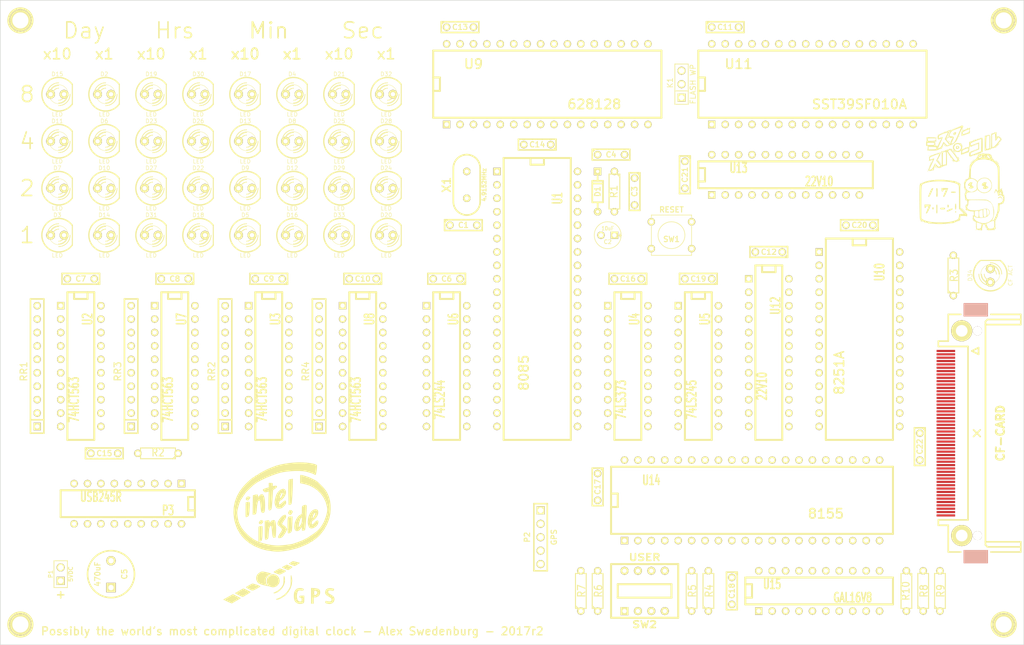
<source format=kicad_pcb>
(kicad_pcb (version 3) (host pcbnew "(2013-07-07 BZR 4022)-stable")
  (layers (15 F.Cu signal) (0 B.Cu signal) (18 B.Paste user) (19 F.Paste user) (20 B.SilkS user) (21 F.SilkS user) (22 B.Mask user) (23 F.Mask user) (28 Edge.Cuts user))
  (net 0 "")
  (net 1 /A0)
  (net 2 /A1)
  (net 3 /A10)
  (net 4 /A11)
  (net 5 /A12)
  (net 6 /A13)
  (net 7 /A14)
  (net 8 /A15)
  (net 9 /A2)
  (net 10 /A3)
  (net 11 /A4)
  (net 12 /A5)
  (net 13 /A6)
  (net 14 /A7)
  (net 15 /A8)
  (net 16 /A9)
  (net 17 /AD0)
  (net 18 /AD1)
  (net 19 /AD2)
  (net 20 /AD3)
  (net 21 /AD4)
  (net 22 /AD5)
  (net 23 /AD6)
  (net 24 /AD7)
  (net 25 /ALE)
  (net 26 /BAUD)
  (net 27 /CD0)
  (net 28 /CD1)
  (net 29 /CD2)
  (net 30 /CD3)
  (net 31 /CD4)
  (net 32 /CD5)
  (net 33 /CD6)
  (net 34 /CD7)
  (net 35 /CLK)
  (net 36 /D0)
  (net 37 /D1)
  (net 38 /D2)
  (net 39 /D3)
  (net 40 /D4)
  (net 41 /D5)
  (net 42 /D6)
  (net 43 /D7)
  (net 44 /DAY_LE)
  (net 45 /HRS_LE)
  (net 46 /IDE_A0)
  (net 47 /IDE_A1)
  (net 48 /IDE_A2)
  (net 49 /IDE_D0)
  (net 50 /IDE_D1)
  (net 51 /IDE_D10)
  (net 52 /IDE_D11)
  (net 53 /IDE_D12)
  (net 54 /IDE_D13)
  (net 55 /IDE_D14)
  (net 56 /IDE_D15)
  (net 57 /IDE_D2)
  (net 58 /IDE_D3)
  (net 59 /IDE_D4)
  (net 60 /IDE_D5)
  (net 61 /IDE_D6)
  (net 62 /IDE_D7)
  (net 63 /IDE_D8)
  (net 64 /IDE_D9)
  (net 65 /INT0)
  (net 66 /INT1)
  (net 67 /IO/~M)
  (net 68 /MEM_A14)
  (net 69 /MEM_A15)
  (net 70 /MEM_A16)
  (net 71 /MIN_LE)
  (net 72 /RESET)
  (net 73 /SEC_LE)
  (net 74 /~8155_CS)
  (net 75 /~BNKSEL)
  (net 76 /~BRD)
  (net 77 /~BWR)
  (net 78 /~IDE_CS0)
  (net 79 /~IDE_CS1)
  (net 80 /~IDE_DIOR)
  (net 81 /~IDE_DIOW)
  (net 82 /~IDE_RST)
  (net 83 /~RAM_CS)
  (net 84 /~RD)
  (net 85 /~ROM_CS)
  (net 86 /~UART_CS)
  (net 87 /~USB_RD)
  (net 88 /~USB_WR)
  (net 89 /~WR)
  (net 90 GND)
  (net 91 N-000001)
  (net 92 N-0000010)
  (net 93 N-00000104)
  (net 94 N-00000105)
  (net 95 N-00000106)
  (net 96 N-00000107)
  (net 97 N-00000108)
  (net 98 N-00000109)
  (net 99 N-0000011)
  (net 100 N-00000110)
  (net 101 N-00000111)
  (net 102 N-00000112)
  (net 103 N-00000113)
  (net 104 N-00000114)
  (net 105 N-00000115)
  (net 106 N-00000116)
  (net 107 N-00000117)
  (net 108 N-00000118)
  (net 109 N-00000119)
  (net 110 N-00000120)
  (net 111 N-00000121)
  (net 112 N-00000122)
  (net 113 N-00000123)
  (net 114 N-00000124)
  (net 115 N-00000125)
  (net 116 N-00000126)
  (net 117 N-00000127)
  (net 118 N-00000129)
  (net 119 N-0000013)
  (net 120 N-00000130)
  (net 121 N-00000131)
  (net 122 N-00000137)
  (net 123 N-00000139)
  (net 124 N-0000014)
  (net 125 N-00000141)
  (net 126 N-0000015)
  (net 127 N-00000153)
  (net 128 N-00000155)
  (net 129 N-00000156)
  (net 130 N-0000016)
  (net 131 N-00000160)
  (net 132 N-00000163)
  (net 133 N-00000164)
  (net 134 N-0000017)
  (net 135 N-00000174)
  (net 136 N-00000175)
  (net 137 N-00000176)
  (net 138 N-00000177)
  (net 139 N-0000018)
  (net 140 N-0000019)
  (net 141 N-000002)
  (net 142 N-0000020)
  (net 143 N-0000021)
  (net 144 N-0000022)
  (net 145 N-0000023)
  (net 146 N-0000024)
  (net 147 N-0000025)
  (net 148 N-0000026)
  (net 149 N-0000027)
  (net 150 N-0000028)
  (net 151 N-0000029)
  (net 152 N-000003)
  (net 153 N-0000030)
  (net 154 N-0000031)
  (net 155 N-0000032)
  (net 156 N-0000033)
  (net 157 N-0000034)
  (net 158 N-0000035)
  (net 159 N-0000036)
  (net 160 N-0000037)
  (net 161 N-000004)
  (net 162 N-0000040)
  (net 163 N-000005)
  (net 164 N-000006)
  (net 165 N-0000060)
  (net 166 N-0000064)
  (net 167 N-000007)
  (net 168 N-0000074)
  (net 169 N-0000078)
  (net 170 N-0000079)
  (net 171 N-000008)
  (net 172 N-0000080)
  (net 173 N-000009)
  (net 174 VCC)
  (module SWDIP4 (layer F.Cu) (at 170.18 136.525)
    (fp_text reference SW2 (at 0 6.35) (layer F.SilkS) (effects (font (size 1.27 1.524) (thickness 0.3048))))
    (fp_text value USER (at 0 -6.35) (layer F.SilkS) (effects (font (size 1.27 1.524) (thickness 0.3048))))
    (pad 1 thru_hole rect (at -3.81 3.81) (size 1.524 1.524) (drill 0.8128) (layers *.Cu *.Mask F.SilkS) (net 90 GND))
    (pad 2 thru_hole circle (at -1.27 3.81) (size 1.524 1.524) (drill 0.8128) (layers *.Cu *.Mask F.SilkS) (net 90 GND))
    (pad 3 thru_hole circle (at 1.27 3.81) (size 1.524 1.524) (drill 0.8128) (layers *.Cu *.Mask F.SilkS) (net 90 GND))
    (pad 4 thru_hole circle (at 3.81 3.81) (size 1.524 1.524) (drill 0.8128) (layers *.Cu *.Mask F.SilkS) (net 90 GND))
    (pad 5 thru_hole circle (at 3.81 -3.81) (size 1.524 1.524) (drill 0.8128) (layers *.Cu *.Mask F.SilkS) (net 169 N-0000078))
    (pad 6 thru_hole circle (at 1.27 -3.81) (size 1.524 1.524) (drill 0.8128) (layers *.Cu *.Mask F.SilkS) (net 137 N-00000176))
    (pad 7 thru_hole circle (at -1.27 -3.81) (size 1.524 1.524) (drill 0.8128) (layers *.Cu *.Mask F.SilkS) (net 136 N-00000175))
    (pad 8 thru_hole circle (at -3.81 -3.81) (size 1.524 1.524) (drill 0.8128) (layers *.Cu *.Mask F.SilkS) (net 135 N-00000174))
  )
  (module SW_PUSH_SMALL (layer F.Cu) (at 175.26 69.215 180)
    (fp_text reference SW1 (at 0 -0.762 180) (layer F.SilkS) (effects (font (size 1.016 1.016) (thickness 0.2032))))
    (fp_text value RESET (at 0 4.826 180) (layer F.SilkS) (effects (font (size 1.016 1.016) (thickness 0.2032))))
    (pad 1 thru_hole circle (at 3.81 -2.54 180) (size 1.397 1.397) (drill 0.8128) (layers *.Cu *.Mask F.SilkS) (net 90 GND))
    (pad 2 thru_hole circle (at 3.81 2.54 180) (size 1.397 1.397) (drill 0.8128) (layers *.Cu *.Mask F.SilkS) (net 138 N-00000177))
    (pad 1 thru_hole circle (at -3.81 -2.54 180) (size 1.397 1.397) (drill 0.8128) (layers *.Cu *.Mask F.SilkS) (net 90 GND))
    (pad 2 thru_hole circle (at -3.81 2.54 180) (size 1.397 1.397) (drill 0.8128) (layers *.Cu *.Mask F.SilkS) (net 138 N-00000177))
  )
  (module r_pack9 (layer F.Cu) (at 55.245 93.98 90)
    (fp_text reference RR1 (at -1.016 -2.54 90) (layer F.SilkS) (effects (font (size 1.27 1.27) (thickness 0.2032))))
    (fp_text value 470 hide)
    (pad 1 thru_hole rect (at -11.43 0 90) (size 1.397 1.397) (drill 0.8128) (layers *.Cu *.Mask F.SilkS) (net 174 VCC))
    (pad 2 thru_hole circle (at -8.89 0 90) (size 1.397 1.397) (drill 0.8128) (layers *.Cu *.Mask F.SilkS) (net 105 N-00000115))
    (pad 3 thru_hole circle (at -6.35 0 90) (size 1.397 1.397) (drill 0.8128) (layers *.Cu *.Mask F.SilkS) (net 104 N-00000114))
    (pad 4 thru_hole circle (at -3.81 0 90) (size 1.397 1.397) (drill 0.8128) (layers *.Cu *.Mask F.SilkS) (net 103 N-00000113))
    (pad 5 thru_hole circle (at -1.27 0 90) (size 1.397 1.397) (drill 0.8128) (layers *.Cu *.Mask F.SilkS) (net 102 N-00000112))
    (pad 6 thru_hole circle (at 1.27 0 90) (size 1.397 1.397) (drill 0.8128) (layers *.Cu *.Mask F.SilkS) (net 143 N-0000021))
    (pad 7 thru_hole circle (at 3.81 0 90) (size 1.397 1.397) (drill 0.8128) (layers *.Cu *.Mask F.SilkS) (net 144 N-0000022))
    (pad 8 thru_hole circle (at 6.35 0 90) (size 1.397 1.397) (drill 0.8128) (layers *.Cu *.Mask F.SilkS) (net 145 N-0000023))
    (pad 9 thru_hole circle (at 8.89 0 90) (size 1.397 1.397) (drill 0.8128) (layers *.Cu *.Mask F.SilkS) (net 101 N-00000111))
    (pad 10 thru_hole circle (at 11.43 0 90) (size 1.397 1.397) (drill 0.8128) (layers *.Cu *.Mask F.SilkS))
  )
  (module r_pack9 (layer F.Cu) (at 90.805 93.98 90)
    (fp_text reference RR2 (at -1.016 -2.54 90) (layer F.SilkS) (effects (font (size 1.27 1.27) (thickness 0.2032))))
    (fp_text value 470 hide)
    (pad 1 thru_hole rect (at -11.43 0 90) (size 1.397 1.397) (drill 0.8128) (layers *.Cu *.Mask F.SilkS) (net 174 VCC))
    (pad 2 thru_hole circle (at -8.89 0 90) (size 1.397 1.397) (drill 0.8128) (layers *.Cu *.Mask F.SilkS) (net 95 N-00000106))
    (pad 3 thru_hole circle (at -6.35 0 90) (size 1.397 1.397) (drill 0.8128) (layers *.Cu *.Mask F.SilkS) (net 94 N-00000105))
    (pad 4 thru_hole circle (at -3.81 0 90) (size 1.397 1.397) (drill 0.8128) (layers *.Cu *.Mask F.SilkS) (net 93 N-00000104))
    (pad 5 thru_hole circle (at -1.27 0 90) (size 1.397 1.397) (drill 0.8128) (layers *.Cu *.Mask F.SilkS) (net 106 N-00000116))
    (pad 6 thru_hole circle (at 1.27 0 90) (size 1.397 1.397) (drill 0.8128) (layers *.Cu *.Mask F.SilkS) (net 96 N-00000107))
    (pad 7 thru_hole circle (at 3.81 0 90) (size 1.397 1.397) (drill 0.8128) (layers *.Cu *.Mask F.SilkS) (net 97 N-00000108))
    (pad 8 thru_hole circle (at 6.35 0 90) (size 1.397 1.397) (drill 0.8128) (layers *.Cu *.Mask F.SilkS) (net 98 N-00000109))
    (pad 9 thru_hole circle (at 8.89 0 90) (size 1.397 1.397) (drill 0.8128) (layers *.Cu *.Mask F.SilkS) (net 100 N-00000110))
    (pad 10 thru_hole circle (at 11.43 0 90) (size 1.397 1.397) (drill 0.8128) (layers *.Cu *.Mask F.SilkS))
  )
  (module r_pack9 (layer F.Cu) (at 73.025 93.98 90)
    (fp_text reference RR3 (at -1.016 -2.54 90) (layer F.SilkS) (effects (font (size 1.27 1.27) (thickness 0.2032))))
    (fp_text value 470 hide)
    (pad 1 thru_hole rect (at -11.43 0 90) (size 1.397 1.397) (drill 0.8128) (layers *.Cu *.Mask F.SilkS) (net 174 VCC))
    (pad 2 thru_hole circle (at -8.89 0 90) (size 1.397 1.397) (drill 0.8128) (layers *.Cu *.Mask F.SilkS) (net 114 N-00000124))
    (pad 3 thru_hole circle (at -6.35 0 90) (size 1.397 1.397) (drill 0.8128) (layers *.Cu *.Mask F.SilkS) (net 117 N-00000127))
    (pad 4 thru_hole circle (at -3.81 0 90) (size 1.397 1.397) (drill 0.8128) (layers *.Cu *.Mask F.SilkS) (net 116 N-00000126))
    (pad 5 thru_hole circle (at -1.27 0 90) (size 1.397 1.397) (drill 0.8128) (layers *.Cu *.Mask F.SilkS) (net 115 N-00000125))
    (pad 6 thru_hole circle (at 1.27 0 90) (size 1.397 1.397) (drill 0.8128) (layers *.Cu *.Mask F.SilkS) (net 118 N-00000129))
    (pad 7 thru_hole circle (at 3.81 0 90) (size 1.397 1.397) (drill 0.8128) (layers *.Cu *.Mask F.SilkS) (net 120 N-00000130))
    (pad 8 thru_hole circle (at 6.35 0 90) (size 1.397 1.397) (drill 0.8128) (layers *.Cu *.Mask F.SilkS) (net 121 N-00000131))
    (pad 9 thru_hole circle (at 8.89 0 90) (size 1.397 1.397) (drill 0.8128) (layers *.Cu *.Mask F.SilkS) (net 108 N-00000118))
    (pad 10 thru_hole circle (at 11.43 0 90) (size 1.397 1.397) (drill 0.8128) (layers *.Cu *.Mask F.SilkS))
  )
  (module r_pack9 (layer F.Cu) (at 108.585 93.98 90)
    (fp_text reference RR4 (at -1.016 -2.54 90) (layer F.SilkS) (effects (font (size 1.27 1.27) (thickness 0.2032))))
    (fp_text value 470 hide)
    (pad 1 thru_hole rect (at -11.43 0 90) (size 1.397 1.397) (drill 0.8128) (layers *.Cu *.Mask F.SilkS) (net 174 VCC))
    (pad 2 thru_hole circle (at -8.89 0 90) (size 1.397 1.397) (drill 0.8128) (layers *.Cu *.Mask F.SilkS) (net 111 N-00000121))
    (pad 3 thru_hole circle (at -6.35 0 90) (size 1.397 1.397) (drill 0.8128) (layers *.Cu *.Mask F.SilkS) (net 107 N-00000117))
    (pad 4 thru_hole circle (at -3.81 0 90) (size 1.397 1.397) (drill 0.8128) (layers *.Cu *.Mask F.SilkS) (net 110 N-00000120))
    (pad 5 thru_hole circle (at -1.27 0 90) (size 1.397 1.397) (drill 0.8128) (layers *.Cu *.Mask F.SilkS) (net 109 N-00000119))
    (pad 6 thru_hole circle (at 1.27 0 90) (size 1.397 1.397) (drill 0.8128) (layers *.Cu *.Mask F.SilkS) (net 112 N-00000122))
    (pad 7 thru_hole circle (at 3.81 0 90) (size 1.397 1.397) (drill 0.8128) (layers *.Cu *.Mask F.SilkS) (net 113 N-00000123))
    (pad 8 thru_hole circle (at 6.35 0 90) (size 1.397 1.397) (drill 0.8128) (layers *.Cu *.Mask F.SilkS) (net 170 N-0000079))
    (pad 9 thru_hole circle (at 8.89 0 90) (size 1.397 1.397) (drill 0.8128) (layers *.Cu *.Mask F.SilkS) (net 172 N-0000080))
    (pad 10 thru_hole circle (at 11.43 0 90) (size 1.397 1.397) (drill 0.8128) (layers *.Cu *.Mask F.SilkS))
  )
  (module R3 (layer F.Cu) (at 179.07 136.525 90)
    (fp_text reference R5 (at 0 0.127 90) (layer F.SilkS) (effects (font (size 1.397 1.27) (thickness 0.2032))))
    (fp_text value 4.7k hide)
    (pad 1 thru_hole circle (at -3.81 0 90) (size 1.397 1.397) (drill 0.8128) (layers *.Cu *.Mask F.SilkS) (net 174 VCC))
    (pad 2 thru_hole circle (at 3.81 0 90) (size 1.397 1.397) (drill 0.8128) (layers *.Cu *.Mask F.SilkS) (net 137 N-00000176))
  )
  (module R3 (layer F.Cu) (at 164.465 60.96 270)
    (fp_text reference R1 (at 0 0.127 270) (layer F.SilkS) (effects (font (size 1.397 1.27) (thickness 0.2032))))
    (fp_text value 100k hide)
    (pad 1 thru_hole circle (at -3.81 0 270) (size 1.397 1.397) (drill 0.8128) (layers *.Cu *.Mask F.SilkS) (net 174 VCC))
    (pad 2 thru_hole circle (at 3.81 0 270) (size 1.397 1.397) (drill 0.8128) (layers *.Cu *.Mask F.SilkS) (net 138 N-00000177))
  )
  (module R3 (layer F.Cu) (at 182.245 136.525 90)
    (fp_text reference R4 (at 0 0.127 90) (layer F.SilkS) (effects (font (size 1.397 1.27) (thickness 0.2032))))
    (fp_text value 4.7k hide)
    (pad 1 thru_hole circle (at -3.81 0 90) (size 1.397 1.397) (drill 0.8128) (layers *.Cu *.Mask F.SilkS) (net 174 VCC))
    (pad 2 thru_hole circle (at 3.81 0 90) (size 1.397 1.397) (drill 0.8128) (layers *.Cu *.Mask F.SilkS) (net 169 N-0000078))
  )
  (module R3 (layer F.Cu) (at 161.29 136.525 90)
    (fp_text reference R6 (at 0 0.127 90) (layer F.SilkS) (effects (font (size 1.397 1.27) (thickness 0.2032))))
    (fp_text value 4.7k hide)
    (pad 1 thru_hole circle (at -3.81 0 90) (size 1.397 1.397) (drill 0.8128) (layers *.Cu *.Mask F.SilkS) (net 174 VCC))
    (pad 2 thru_hole circle (at 3.81 0 90) (size 1.397 1.397) (drill 0.8128) (layers *.Cu *.Mask F.SilkS) (net 136 N-00000175))
  )
  (module R3 (layer F.Cu) (at 158.115 136.525 90)
    (fp_text reference R7 (at 0 0.127 90) (layer F.SilkS) (effects (font (size 1.397 1.27) (thickness 0.2032))))
    (fp_text value 4.7k hide)
    (pad 1 thru_hole circle (at -3.81 0 90) (size 1.397 1.397) (drill 0.8128) (layers *.Cu *.Mask F.SilkS) (net 174 VCC))
    (pad 2 thru_hole circle (at 3.81 0 90) (size 1.397 1.397) (drill 0.8128) (layers *.Cu *.Mask F.SilkS) (net 135 N-00000174))
  )
  (module R3 (layer F.Cu) (at 78.105 110.49 180)
    (fp_text reference R2 (at 0 0.127 180) (layer F.SilkS) (effects (font (size 1.397 1.27) (thickness 0.2032))))
    (fp_text value 10k hide)
    (pad 1 thru_hole circle (at -3.81 0 180) (size 1.397 1.397) (drill 0.8128) (layers *.Cu *.Mask F.SilkS) (net 174 VCC))
    (pad 2 thru_hole circle (at 3.81 0 180) (size 1.397 1.397) (drill 0.8128) (layers *.Cu *.Mask F.SilkS) (net 165 N-0000060))
  )
  (module R3 (layer F.Cu) (at 228.6 76.835 90)
    (fp_text reference R3 (at 0 0.127 90) (layer F.SilkS) (effects (font (size 1.397 1.27) (thickness 0.2032))))
    (fp_text value 470 hide)
    (pad 1 thru_hole circle (at -3.81 0 90) (size 1.397 1.397) (drill 0.8128) (layers *.Cu *.Mask F.SilkS) (net 123 N-00000139))
    (pad 2 thru_hole circle (at 3.81 0 90) (size 1.397 1.397) (drill 0.8128) (layers *.Cu *.Mask F.SilkS) (net 168 N-0000074))
  )
  (module PIN_ARRAY_5x1 (layer F.Cu) (at 150.495 126.365 270)
    (fp_text reference P2 (at 0 2.54 270) (layer F.SilkS) (effects (font (size 1.016 1.016) (thickness 0.2032))))
    (fp_text value GPS (at 0 -2.54 270) (layer F.SilkS) (effects (font (size 1.016 1.016) (thickness 0.2032))))
    (pad 1 thru_hole rect (at -5.08 0 270) (size 1.524 1.524) (drill 1.016) (layers *.Cu *.Mask F.SilkS) (net 174 VCC))
    (pad 2 thru_hole circle (at -2.54 0 270) (size 1.524 1.524) (drill 1.016) (layers *.Cu *.Mask F.SilkS) (net 90 GND))
    (pad 3 thru_hole circle (at 0 0 270) (size 1.524 1.524) (drill 1.016) (layers *.Cu *.Mask F.SilkS) (net 166 N-0000064))
    (pad 4 thru_hole circle (at 2.54 0 270) (size 1.524 1.524) (drill 1.016) (layers *.Cu *.Mask F.SilkS) (net 99 N-0000011))
    (pad 5 thru_hole circle (at 5.08 0 270) (size 1.524 1.524) (drill 1.016) (layers *.Cu *.Mask F.SilkS) (net 65 /INT0))
  )
  (module PIN_ARRAY_3X1 (layer F.Cu) (at 177.165 40.64 90)
    (fp_text reference K1 (at 0.254 -2.159 90) (layer F.SilkS) (effects (font (size 1.016 1.016) (thickness 0.1524))))
    (fp_text value "FLASH WP" (at 0 2.159 90) (layer F.SilkS) (effects (font (size 1.016 1.016) (thickness 0.1524))))
    (pad 1 thru_hole rect (at -2.54 0 90) (size 1.524 1.524) (drill 1.016) (layers *.Cu *.Mask F.SilkS) (net 77 /~BWR))
    (pad 2 thru_hole circle (at 0 0 90) (size 1.524 1.524) (drill 1.016) (layers *.Cu *.Mask F.SilkS) (net 162 N-0000040))
    (pad 3 thru_hole circle (at 2.54 0 90) (size 1.524 1.524) (drill 1.016) (layers *.Cu *.Mask F.SilkS) (net 174 VCC))
  )
  (module LED-5MM (layer F.Cu) (at 85.725 42.545)
    (fp_text reference D30 (at 0 -3.81) (layer F.SilkS) (effects (font (size 0.762 0.762) (thickness 0.0889))))
    (fp_text value LED (at 0 3.81) (layer F.SilkS) (effects (font (size 0.762 0.762) (thickness 0.0889))))
    (pad 1 thru_hole circle (at -1.27 0) (size 1.6764 1.6764) (drill 0.8128) (layers *.Cu *.Mask F.SilkS) (net 115 N-00000125))
    (pad 2 thru_hole circle (at 1.27 0) (size 1.6764 1.6764) (drill 0.8128) (layers *.Cu *.Mask F.SilkS) (net 155 N-0000032))
  )
  (module LED-5MM (layer F.Cu) (at 76.835 42.545)
    (fp_text reference D19 (at 0 -3.81) (layer F.SilkS) (effects (font (size 0.762 0.762) (thickness 0.0889))))
    (fp_text value LED (at 0 3.81) (layer F.SilkS) (effects (font (size 0.762 0.762) (thickness 0.0889))))
    (pad 1 thru_hole circle (at -1.27 0) (size 1.6764 1.6764) (drill 0.8128) (layers *.Cu *.Mask F.SilkS) (net 108 N-00000118))
    (pad 2 thru_hole circle (at 1.27 0) (size 1.6764 1.6764) (drill 0.8128) (layers *.Cu *.Mask F.SilkS) (net 156 N-0000033))
  )
  (module LED-5MM (layer F.Cu) (at 76.835 60.325)
    (fp_text reference D27 (at 0 -3.81) (layer F.SilkS) (effects (font (size 0.762 0.762) (thickness 0.0889))))
    (fp_text value LED (at 0 3.81) (layer F.SilkS) (effects (font (size 0.762 0.762) (thickness 0.0889))))
    (pad 1 thru_hole circle (at -1.27 0) (size 1.6764 1.6764) (drill 0.8128) (layers *.Cu *.Mask F.SilkS) (net 120 N-00000130))
    (pad 2 thru_hole circle (at 1.27 0) (size 1.6764 1.6764) (drill 0.8128) (layers *.Cu *.Mask F.SilkS) (net 158 N-0000035))
  )
  (module LED-5MM (layer F.Cu) (at 76.835 51.435)
    (fp_text reference D23 (at 0 -3.81) (layer F.SilkS) (effects (font (size 0.762 0.762) (thickness 0.0889))))
    (fp_text value LED (at 0 3.81) (layer F.SilkS) (effects (font (size 0.762 0.762) (thickness 0.0889))))
    (pad 1 thru_hole circle (at -1.27 0) (size 1.6764 1.6764) (drill 0.8128) (layers *.Cu *.Mask F.SilkS) (net 121 N-00000131))
    (pad 2 thru_hole circle (at 1.27 0) (size 1.6764 1.6764) (drill 0.8128) (layers *.Cu *.Mask F.SilkS) (net 157 N-0000034))
  )
  (module LED-5MM (layer F.Cu) (at 94.615 69.215)
    (fp_text reference D5 (at 0 -3.81) (layer F.SilkS) (effects (font (size 0.762 0.762) (thickness 0.0889))))
    (fp_text value LED (at 0 3.81) (layer F.SilkS) (effects (font (size 0.762 0.762) (thickness 0.0889))))
    (pad 1 thru_hole circle (at -1.27 0) (size 1.6764 1.6764) (drill 0.8128) (layers *.Cu *.Mask F.SilkS) (net 96 N-00000107))
    (pad 2 thru_hole circle (at 1.27 0) (size 1.6764 1.6764) (drill 0.8128) (layers *.Cu *.Mask F.SilkS) (net 151 N-0000029))
  )
  (module LED-5MM (layer F.Cu) (at 85.725 51.435)
    (fp_text reference D26 (at 0 -3.81) (layer F.SilkS) (effects (font (size 0.762 0.762) (thickness 0.0889))))
    (fp_text value LED (at 0 3.81) (layer F.SilkS) (effects (font (size 0.762 0.762) (thickness 0.0889))))
    (pad 1 thru_hole circle (at -1.27 0) (size 1.6764 1.6764) (drill 0.8128) (layers *.Cu *.Mask F.SilkS) (net 116 N-00000126))
    (pad 2 thru_hole circle (at 1.27 0) (size 1.6764 1.6764) (drill 0.8128) (layers *.Cu *.Mask F.SilkS) (net 154 N-0000031))
  )
  (module LED-5MM (layer F.Cu) (at 85.725 60.325)
    (fp_text reference D22 (at 0 -3.81) (layer F.SilkS) (effects (font (size 0.762 0.762) (thickness 0.0889))))
    (fp_text value LED (at 0 3.81) (layer F.SilkS) (effects (font (size 0.762 0.762) (thickness 0.0889))))
    (pad 1 thru_hole circle (at -1.27 0) (size 1.6764 1.6764) (drill 0.8128) (layers *.Cu *.Mask F.SilkS) (net 117 N-00000127))
    (pad 2 thru_hole circle (at 1.27 0) (size 1.6764 1.6764) (drill 0.8128) (layers *.Cu *.Mask F.SilkS) (net 146 N-0000024))
  )
  (module LED-5MM (layer F.Cu) (at 85.725 69.215)
    (fp_text reference D18 (at 0 -3.81) (layer F.SilkS) (effects (font (size 0.762 0.762) (thickness 0.0889))))
    (fp_text value LED (at 0 3.81) (layer F.SilkS) (effects (font (size 0.762 0.762) (thickness 0.0889))))
    (pad 1 thru_hole circle (at -1.27 0) (size 1.6764 1.6764) (drill 0.8128) (layers *.Cu *.Mask F.SilkS) (net 114 N-00000124))
    (pad 2 thru_hole circle (at 1.27 0) (size 1.6764 1.6764) (drill 0.8128) (layers *.Cu *.Mask F.SilkS) (net 153 N-0000030))
  )
  (module LED-5MM (layer F.Cu) (at 121.285 51.435)
    (fp_text reference D28 (at 0 -3.81) (layer F.SilkS) (effects (font (size 0.762 0.762) (thickness 0.0889))))
    (fp_text value LED (at 0 3.81) (layer F.SilkS) (effects (font (size 0.762 0.762) (thickness 0.0889))))
    (pad 1 thru_hole circle (at -1.27 0) (size 1.6764 1.6764) (drill 0.8128) (layers *.Cu *.Mask F.SilkS) (net 110 N-00000120))
    (pad 2 thru_hole circle (at 1.27 0) (size 1.6764 1.6764) (drill 0.8128) (layers *.Cu *.Mask F.SilkS) (net 126 N-0000015))
  )
  (module LED-5MM (layer F.Cu) (at 76.835 69.215)
    (fp_text reference D31 (at 0 -3.81) (layer F.SilkS) (effects (font (size 0.762 0.762) (thickness 0.0889))))
    (fp_text value LED (at 0 3.81) (layer F.SilkS) (effects (font (size 0.762 0.762) (thickness 0.0889))))
    (pad 1 thru_hole circle (at -1.27 0) (size 1.6764 1.6764) (drill 0.8128) (layers *.Cu *.Mask F.SilkS) (net 118 N-00000129))
    (pad 2 thru_hole circle (at 1.27 0) (size 1.6764 1.6764) (drill 0.8128) (layers *.Cu *.Mask F.SilkS) (net 159 N-0000036))
  )
  (module LED-5MM (layer F.Cu) (at 121.285 69.215)
    (fp_text reference D20 (at 0 -3.81) (layer F.SilkS) (effects (font (size 0.762 0.762) (thickness 0.0889))))
    (fp_text value LED (at 0 3.81) (layer F.SilkS) (effects (font (size 0.762 0.762) (thickness 0.0889))))
    (pad 1 thru_hole circle (at -1.27 0) (size 1.6764 1.6764) (drill 0.8128) (layers *.Cu *.Mask F.SilkS) (net 111 N-00000121))
    (pad 2 thru_hole circle (at 1.27 0) (size 1.6764 1.6764) (drill 0.8128) (layers *.Cu *.Mask F.SilkS) (net 160 N-0000037))
  )
  (module LED-5MM (layer F.Cu) (at 121.285 60.325)
    (fp_text reference D24 (at 0 -3.81) (layer F.SilkS) (effects (font (size 0.762 0.762) (thickness 0.0889))))
    (fp_text value LED (at 0 3.81) (layer F.SilkS) (effects (font (size 0.762 0.762) (thickness 0.0889))))
    (pad 1 thru_hole circle (at -1.27 0) (size 1.6764 1.6764) (drill 0.8128) (layers *.Cu *.Mask F.SilkS) (net 107 N-00000117))
    (pad 2 thru_hole circle (at 1.27 0) (size 1.6764 1.6764) (drill 0.8128) (layers *.Cu *.Mask F.SilkS) (net 124 N-0000014))
  )
  (module LED-5MM (layer F.Cu) (at 121.285 42.545)
    (fp_text reference D32 (at 0 -3.81) (layer F.SilkS) (effects (font (size 0.762 0.762) (thickness 0.0889))))
    (fp_text value LED (at 0 3.81) (layer F.SilkS) (effects (font (size 0.762 0.762) (thickness 0.0889))))
    (pad 1 thru_hole circle (at -1.27 0) (size 1.6764 1.6764) (drill 0.8128) (layers *.Cu *.Mask F.SilkS) (net 109 N-00000119))
    (pad 2 thru_hole circle (at 1.27 0) (size 1.6764 1.6764) (drill 0.8128) (layers *.Cu *.Mask F.SilkS) (net 130 N-0000016))
  )
  (module LED-5MM (layer F.Cu) (at 112.395 42.545)
    (fp_text reference D21 (at 0 -3.81) (layer F.SilkS) (effects (font (size 0.762 0.762) (thickness 0.0889))))
    (fp_text value LED (at 0 3.81) (layer F.SilkS) (effects (font (size 0.762 0.762) (thickness 0.0889))))
    (pad 1 thru_hole circle (at -1.27 0) (size 1.6764 1.6764) (drill 0.8128) (layers *.Cu *.Mask F.SilkS) (net 172 N-0000080))
    (pad 2 thru_hole circle (at 1.27 0) (size 1.6764 1.6764) (drill 0.8128) (layers *.Cu *.Mask F.SilkS) (net 134 N-0000017))
  )
  (module LED-5MM (layer F.Cu) (at 112.395 51.435)
    (fp_text reference D25 (at 0 -3.81) (layer F.SilkS) (effects (font (size 0.762 0.762) (thickness 0.0889))))
    (fp_text value LED (at 0 3.81) (layer F.SilkS) (effects (font (size 0.762 0.762) (thickness 0.0889))))
    (pad 1 thru_hole circle (at -1.27 0) (size 1.6764 1.6764) (drill 0.8128) (layers *.Cu *.Mask F.SilkS) (net 170 N-0000079))
    (pad 2 thru_hole circle (at 1.27 0) (size 1.6764 1.6764) (drill 0.8128) (layers *.Cu *.Mask F.SilkS) (net 139 N-0000018))
  )
  (module LED-5MM (layer F.Cu) (at 112.395 60.325)
    (fp_text reference D29 (at 0 -3.81) (layer F.SilkS) (effects (font (size 0.762 0.762) (thickness 0.0889))))
    (fp_text value LED (at 0 3.81) (layer F.SilkS) (effects (font (size 0.762 0.762) (thickness 0.0889))))
    (pad 1 thru_hole circle (at -1.27 0) (size 1.6764 1.6764) (drill 0.8128) (layers *.Cu *.Mask F.SilkS) (net 113 N-00000123))
    (pad 2 thru_hole circle (at 1.27 0) (size 1.6764 1.6764) (drill 0.8128) (layers *.Cu *.Mask F.SilkS) (net 140 N-0000019))
  )
  (module LED-5MM (layer F.Cu) (at 112.395 69.215)
    (fp_text reference D33 (at 0 -3.81) (layer F.SilkS) (effects (font (size 0.762 0.762) (thickness 0.0889))))
    (fp_text value LED (at 0 3.81) (layer F.SilkS) (effects (font (size 0.762 0.762) (thickness 0.0889))))
    (pad 1 thru_hole circle (at -1.27 0) (size 1.6764 1.6764) (drill 0.8128) (layers *.Cu *.Mask F.SilkS) (net 112 N-00000122))
    (pad 2 thru_hole circle (at 1.27 0) (size 1.6764 1.6764) (drill 0.8128) (layers *.Cu *.Mask F.SilkS) (net 142 N-0000020))
  )
  (module LED-5MM (layer F.Cu) (at 235.585 76.835 90)
    (fp_text reference D34 (at 0 -3.81 90) (layer F.SilkS) (effects (font (size 0.762 0.762) (thickness 0.0889))))
    (fp_text value "CF ACT" (at 0 3.81 90) (layer F.SilkS) (effects (font (size 0.762 0.762) (thickness 0.0889))))
    (pad 1 thru_hole circle (at -1.27 0 90) (size 1.6764 1.6764) (drill 0.8128) (layers *.Cu *.Mask F.SilkS) (net 174 VCC))
    (pad 2 thru_hole circle (at 1.27 0 90) (size 1.6764 1.6764) (drill 0.8128) (layers *.Cu *.Mask F.SilkS) (net 168 N-0000074))
  )
  (module LED-5MM (layer F.Cu) (at 67.945 60.325)
    (fp_text reference D10 (at 0 -3.81) (layer F.SilkS) (effects (font (size 0.762 0.762) (thickness 0.0889))))
    (fp_text value LED (at 0 3.81) (layer F.SilkS) (effects (font (size 0.762 0.762) (thickness 0.0889))))
    (pad 1 thru_hole circle (at -1.27 0) (size 1.6764 1.6764) (drill 0.8128) (layers *.Cu *.Mask F.SilkS) (net 104 N-00000114))
    (pad 2 thru_hole circle (at 1.27 0) (size 1.6764 1.6764) (drill 0.8128) (layers *.Cu *.Mask F.SilkS) (net 152 N-000003))
  )
  (module LED-5MM (layer F.Cu) (at 67.945 51.435)
    (fp_text reference D6 (at 0 -3.81) (layer F.SilkS) (effects (font (size 0.762 0.762) (thickness 0.0889))))
    (fp_text value LED (at 0 3.81) (layer F.SilkS) (effects (font (size 0.762 0.762) (thickness 0.0889))))
    (pad 1 thru_hole circle (at -1.27 0) (size 1.6764 1.6764) (drill 0.8128) (layers *.Cu *.Mask F.SilkS) (net 103 N-00000113))
    (pad 2 thru_hole circle (at 1.27 0) (size 1.6764 1.6764) (drill 0.8128) (layers *.Cu *.Mask F.SilkS) (net 161 N-000004))
  )
  (module LED-5MM (layer F.Cu) (at 67.945 42.545)
    (fp_text reference D2 (at 0 -3.81) (layer F.SilkS) (effects (font (size 0.762 0.762) (thickness 0.0889))))
    (fp_text value LED (at 0 3.81) (layer F.SilkS) (effects (font (size 0.762 0.762) (thickness 0.0889))))
    (pad 1 thru_hole circle (at -1.27 0) (size 1.6764 1.6764) (drill 0.8128) (layers *.Cu *.Mask F.SilkS) (net 102 N-00000112))
    (pad 2 thru_hole circle (at 1.27 0) (size 1.6764 1.6764) (drill 0.8128) (layers *.Cu *.Mask F.SilkS) (net 91 N-000001))
  )
  (module LED-5MM (layer F.Cu) (at 59.055 42.545)
    (fp_text reference D15 (at 0 -3.81) (layer F.SilkS) (effects (font (size 0.762 0.762) (thickness 0.0889))))
    (fp_text value LED (at 0 3.81) (layer F.SilkS) (effects (font (size 0.762 0.762) (thickness 0.0889))))
    (pad 1 thru_hole circle (at -1.27 0) (size 1.6764 1.6764) (drill 0.8128) (layers *.Cu *.Mask F.SilkS) (net 101 N-00000111))
    (pad 2 thru_hole circle (at 1.27 0) (size 1.6764 1.6764) (drill 0.8128) (layers *.Cu *.Mask F.SilkS) (net 163 N-000005))
  )
  (module LED-5MM (layer F.Cu) (at 59.055 51.435)
    (fp_text reference D11 (at 0 -3.81) (layer F.SilkS) (effects (font (size 0.762 0.762) (thickness 0.0889))))
    (fp_text value LED (at 0 3.81) (layer F.SilkS) (effects (font (size 0.762 0.762) (thickness 0.0889))))
    (pad 1 thru_hole circle (at -1.27 0) (size 1.6764 1.6764) (drill 0.8128) (layers *.Cu *.Mask F.SilkS) (net 145 N-0000023))
    (pad 2 thru_hole circle (at 1.27 0) (size 1.6764 1.6764) (drill 0.8128) (layers *.Cu *.Mask F.SilkS) (net 164 N-000006))
  )
  (module LED-5MM (layer F.Cu) (at 59.055 60.325)
    (fp_text reference D7 (at 0 -3.81) (layer F.SilkS) (effects (font (size 0.762 0.762) (thickness 0.0889))))
    (fp_text value LED (at 0 3.81) (layer F.SilkS) (effects (font (size 0.762 0.762) (thickness 0.0889))))
    (pad 1 thru_hole circle (at -1.27 0) (size 1.6764 1.6764) (drill 0.8128) (layers *.Cu *.Mask F.SilkS) (net 144 N-0000022))
    (pad 2 thru_hole circle (at 1.27 0) (size 1.6764 1.6764) (drill 0.8128) (layers *.Cu *.Mask F.SilkS) (net 167 N-000007))
  )
  (module LED-5MM (layer F.Cu) (at 59.055 69.215)
    (fp_text reference D3 (at 0 -3.81) (layer F.SilkS) (effects (font (size 0.762 0.762) (thickness 0.0889))))
    (fp_text value LED (at 0 3.81) (layer F.SilkS) (effects (font (size 0.762 0.762) (thickness 0.0889))))
    (pad 1 thru_hole circle (at -1.27 0) (size 1.6764 1.6764) (drill 0.8128) (layers *.Cu *.Mask F.SilkS) (net 143 N-0000021))
    (pad 2 thru_hole circle (at 1.27 0) (size 1.6764 1.6764) (drill 0.8128) (layers *.Cu *.Mask F.SilkS) (net 171 N-000008))
  )
  (module LED-5MM (layer F.Cu) (at 67.945 69.215)
    (fp_text reference D14 (at 0 -3.81) (layer F.SilkS) (effects (font (size 0.762 0.762) (thickness 0.0889))))
    (fp_text value LED (at 0 3.81) (layer F.SilkS) (effects (font (size 0.762 0.762) (thickness 0.0889))))
    (pad 1 thru_hole circle (at -1.27 0) (size 1.6764 1.6764) (drill 0.8128) (layers *.Cu *.Mask F.SilkS) (net 105 N-00000115))
    (pad 2 thru_hole circle (at 1.27 0) (size 1.6764 1.6764) (drill 0.8128) (layers *.Cu *.Mask F.SilkS) (net 141 N-000002))
  )
  (module LED-5MM (layer F.Cu) (at 94.615 60.325)
    (fp_text reference D9 (at 0 -3.81) (layer F.SilkS) (effects (font (size 0.762 0.762) (thickness 0.0889))))
    (fp_text value LED (at 0 3.81) (layer F.SilkS) (effects (font (size 0.762 0.762) (thickness 0.0889))))
    (pad 1 thru_hole circle (at -1.27 0) (size 1.6764 1.6764) (drill 0.8128) (layers *.Cu *.Mask F.SilkS) (net 97 N-00000108))
    (pad 2 thru_hole circle (at 1.27 0) (size 1.6764 1.6764) (drill 0.8128) (layers *.Cu *.Mask F.SilkS) (net 150 N-0000028))
  )
  (module LED-5MM (layer F.Cu) (at 103.505 69.215)
    (fp_text reference D16 (at 0 -3.81) (layer F.SilkS) (effects (font (size 0.762 0.762) (thickness 0.0889))))
    (fp_text value LED (at 0 3.81) (layer F.SilkS) (effects (font (size 0.762 0.762) (thickness 0.0889))))
    (pad 1 thru_hole circle (at -1.27 0) (size 1.6764 1.6764) (drill 0.8128) (layers *.Cu *.Mask F.SilkS) (net 95 N-00000106))
    (pad 2 thru_hole circle (at 1.27 0) (size 1.6764 1.6764) (drill 0.8128) (layers *.Cu *.Mask F.SilkS) (net 173 N-000009))
  )
  (module LED-5MM (layer F.Cu) (at 103.505 60.325)
    (fp_text reference D12 (at 0 -3.81) (layer F.SilkS) (effects (font (size 0.762 0.762) (thickness 0.0889))))
    (fp_text value LED (at 0 3.81) (layer F.SilkS) (effects (font (size 0.762 0.762) (thickness 0.0889))))
    (pad 1 thru_hole circle (at -1.27 0) (size 1.6764 1.6764) (drill 0.8128) (layers *.Cu *.Mask F.SilkS) (net 94 N-00000105))
    (pad 2 thru_hole circle (at 1.27 0) (size 1.6764 1.6764) (drill 0.8128) (layers *.Cu *.Mask F.SilkS) (net 92 N-0000010))
  )
  (module LED-5MM (layer F.Cu) (at 103.505 51.435)
    (fp_text reference D8 (at 0 -3.81) (layer F.SilkS) (effects (font (size 0.762 0.762) (thickness 0.0889))))
    (fp_text value LED (at 0 3.81) (layer F.SilkS) (effects (font (size 0.762 0.762) (thickness 0.0889))))
    (pad 1 thru_hole circle (at -1.27 0) (size 1.6764 1.6764) (drill 0.8128) (layers *.Cu *.Mask F.SilkS) (net 93 N-00000104))
    (pad 2 thru_hole circle (at 1.27 0) (size 1.6764 1.6764) (drill 0.8128) (layers *.Cu *.Mask F.SilkS) (net 119 N-0000013))
  )
  (module LED-5MM (layer F.Cu) (at 103.505 42.545)
    (fp_text reference D4 (at 0 -3.81) (layer F.SilkS) (effects (font (size 0.762 0.762) (thickness 0.0889))))
    (fp_text value LED (at 0 3.81) (layer F.SilkS) (effects (font (size 0.762 0.762) (thickness 0.0889))))
    (pad 1 thru_hole circle (at -1.27 0) (size 1.6764 1.6764) (drill 0.8128) (layers *.Cu *.Mask F.SilkS) (net 106 N-00000116))
    (pad 2 thru_hole circle (at 1.27 0) (size 1.6764 1.6764) (drill 0.8128) (layers *.Cu *.Mask F.SilkS) (net 147 N-0000025))
  )
  (module LED-5MM (layer F.Cu) (at 94.615 42.545)
    (fp_text reference D17 (at 0 -3.81) (layer F.SilkS) (effects (font (size 0.762 0.762) (thickness 0.0889))))
    (fp_text value LED (at 0 3.81) (layer F.SilkS) (effects (font (size 0.762 0.762) (thickness 0.0889))))
    (pad 1 thru_hole circle (at -1.27 0) (size 1.6764 1.6764) (drill 0.8128) (layers *.Cu *.Mask F.SilkS) (net 100 N-00000110))
    (pad 2 thru_hole circle (at 1.27 0) (size 1.6764 1.6764) (drill 0.8128) (layers *.Cu *.Mask F.SilkS) (net 148 N-0000026))
  )
  (module LED-5MM (layer F.Cu) (at 94.615 51.435)
    (fp_text reference D13 (at 0 -3.81) (layer F.SilkS) (effects (font (size 0.762 0.762) (thickness 0.0889))))
    (fp_text value LED (at 0 3.81) (layer F.SilkS) (effects (font (size 0.762 0.762) (thickness 0.0889))))
    (pad 1 thru_hole circle (at -1.27 0) (size 1.6764 1.6764) (drill 0.8128) (layers *.Cu *.Mask F.SilkS) (net 98 N-00000109))
    (pad 2 thru_hole circle (at 1.27 0) (size 1.6764 1.6764) (drill 0.8128) (layers *.Cu *.Mask F.SilkS) (net 149 N-0000027))
  )
  (module HC-49V (layer F.Cu) (at 136.525 59.69 90)
    (fp_text reference X1 (at 0 -3.81 90) (layer F.SilkS) (effects (font (size 1.524 1.524) (thickness 0.3048))))
    (fp_text value 4.9152MHz (at 0 3.302 90) (layer F.SilkS) (effects (font (size 0.762 0.762) (thickness 0.1905))))
    (pad 1 thru_hole circle (at -2.54 0 90) (size 1.4224 1.4224) (drill 0.762) (layers *.Cu *.Mask F.SilkS) (net 133 N-00000164))
    (pad 2 thru_hole circle (at 2.54 0 90) (size 1.4224 1.4224) (drill 0.762) (layers *.Cu *.Mask F.SilkS) (net 132 N-00000163))
  )
  (module DO-35 (layer F.Cu) (at 161.29 60.96 90)
    (fp_text reference D1 (at 0 0 90) (layer F.SilkS) (effects (font (size 1.016 1.016) (thickness 0.2032))))
    (fp_text value 1N4148 hide)
    (pad 2 thru_hole rect (at 3.81 0 90) (size 1.4224 1.4224) (drill 0.6096) (layers *.Cu *.Mask F.SilkS) (net 174 VCC))
    (pad 1 thru_hole circle (at -3.81 0 90) (size 1.4224 1.4224) (drill 0.6096) (layers *.Cu *.Mask F.SilkS) (net 138 N-00000177))
  )
  (module DIP-40__600 (layer F.Cu) (at 190.5 119.38)
    (fp_text reference U14 (at -19.05 -3.81) (layer F.SilkS) (effects (font (size 1.778 1.143) (thickness 0.3048))))
    (fp_text value 8155 (at 13.97 2.54) (layer F.SilkS) (effects (font (size 1.778 1.778) (thickness 0.3048))))
    (pad 1 thru_hole rect (at -24.13 7.62) (size 1.397 1.397) (drill 0.8128) (layers *.Cu *.Mask F.SilkS) (net 135 N-00000174))
    (pad 2 thru_hole circle (at -21.59 7.62) (size 1.397 1.397) (drill 0.8128) (layers *.Cu *.Mask F.SilkS) (net 128 N-00000155))
    (pad 3 thru_hole circle (at -19.05 7.62) (size 1.397 1.397) (drill 0.8128) (layers *.Cu *.Mask F.SilkS) (net 35 /CLK))
    (pad 4 thru_hole circle (at -16.51 7.62) (size 1.397 1.397) (drill 0.8128) (layers *.Cu *.Mask F.SilkS) (net 72 /RESET))
    (pad 5 thru_hole circle (at -13.97 7.62) (size 1.397 1.397) (drill 0.8128) (layers *.Cu *.Mask F.SilkS) (net 129 N-00000156))
    (pad 6 thru_hole circle (at -11.43 7.62) (size 1.397 1.397) (drill 0.8128) (layers *.Cu *.Mask F.SilkS) (net 26 /BAUD))
    (pad 7 thru_hole circle (at -8.89 7.62) (size 1.397 1.397) (drill 0.8128) (layers *.Cu *.Mask F.SilkS) (net 174 VCC))
    (pad 8 thru_hole circle (at -6.35 7.62) (size 1.397 1.397) (drill 0.8128) (layers *.Cu *.Mask F.SilkS) (net 74 /~8155_CS))
    (pad 9 thru_hole circle (at -3.81 7.62) (size 1.397 1.397) (drill 0.8128) (layers *.Cu *.Mask F.SilkS) (net 76 /~BRD))
    (pad 10 thru_hole circle (at -1.27 7.62) (size 1.397 1.397) (drill 0.8128) (layers *.Cu *.Mask F.SilkS) (net 77 /~BWR))
    (pad 11 thru_hole circle (at 1.27 7.62) (size 1.397 1.397) (drill 0.8128) (layers *.Cu *.Mask F.SilkS) (net 25 /ALE))
    (pad 12 thru_hole circle (at 3.81 7.62) (size 1.397 1.397) (drill 0.8128) (layers *.Cu *.Mask F.SilkS) (net 36 /D0))
    (pad 13 thru_hole circle (at 6.35 7.62) (size 1.397 1.397) (drill 0.8128) (layers *.Cu *.Mask F.SilkS) (net 37 /D1))
    (pad 14 thru_hole circle (at 8.89 7.62) (size 1.397 1.397) (drill 0.8128) (layers *.Cu *.Mask F.SilkS) (net 38 /D2))
    (pad 15 thru_hole circle (at 11.43 7.62) (size 1.397 1.397) (drill 0.8128) (layers *.Cu *.Mask F.SilkS) (net 39 /D3))
    (pad 16 thru_hole circle (at 13.97 7.62) (size 1.397 1.397) (drill 0.8128) (layers *.Cu *.Mask F.SilkS) (net 40 /D4))
    (pad 17 thru_hole circle (at 16.51 7.62) (size 1.397 1.397) (drill 0.8128) (layers *.Cu *.Mask F.SilkS) (net 41 /D5))
    (pad 18 thru_hole circle (at 19.05 7.62) (size 1.397 1.397) (drill 0.8128) (layers *.Cu *.Mask F.SilkS) (net 42 /D6))
    (pad 19 thru_hole circle (at 21.59 7.62) (size 1.397 1.397) (drill 0.8128) (layers *.Cu *.Mask F.SilkS) (net 43 /D7))
    (pad 20 thru_hole circle (at 24.13 7.62) (size 1.397 1.397) (drill 0.8128) (layers *.Cu *.Mask F.SilkS) (net 90 GND))
    (pad 21 thru_hole circle (at 24.13 -7.62) (size 1.397 1.397) (drill 0.8128) (layers *.Cu *.Mask F.SilkS) (net 49 /IDE_D0))
    (pad 22 thru_hole circle (at 21.59 -7.62) (size 1.397 1.397) (drill 0.8128) (layers *.Cu *.Mask F.SilkS) (net 50 /IDE_D1))
    (pad 23 thru_hole circle (at 19.05 -7.62) (size 1.397 1.397) (drill 0.8128) (layers *.Cu *.Mask F.SilkS) (net 57 /IDE_D2))
    (pad 24 thru_hole circle (at 16.51 -7.62) (size 1.397 1.397) (drill 0.8128) (layers *.Cu *.Mask F.SilkS) (net 58 /IDE_D3))
    (pad 25 thru_hole circle (at 13.97 -7.62) (size 1.397 1.397) (drill 0.8128) (layers *.Cu *.Mask F.SilkS) (net 59 /IDE_D4))
    (pad 26 thru_hole circle (at 11.43 -7.62) (size 1.397 1.397) (drill 0.8128) (layers *.Cu *.Mask F.SilkS) (net 60 /IDE_D5))
    (pad 27 thru_hole circle (at 8.89 -7.62) (size 1.397 1.397) (drill 0.8128) (layers *.Cu *.Mask F.SilkS) (net 61 /IDE_D6))
    (pad 28 thru_hole circle (at 6.35 -7.62) (size 1.397 1.397) (drill 0.8128) (layers *.Cu *.Mask F.SilkS) (net 62 /IDE_D7))
    (pad 29 thru_hole circle (at 3.81 -7.62) (size 1.397 1.397) (drill 0.8128) (layers *.Cu *.Mask F.SilkS) (net 63 /IDE_D8))
    (pad 30 thru_hole circle (at 1.27 -7.62) (size 1.397 1.397) (drill 0.8128) (layers *.Cu *.Mask F.SilkS) (net 64 /IDE_D9))
    (pad 31 thru_hole circle (at -1.27 -7.62) (size 1.397 1.397) (drill 0.8128) (layers *.Cu *.Mask F.SilkS) (net 51 /IDE_D10))
    (pad 32 thru_hole circle (at -3.81 -7.62) (size 1.397 1.397) (drill 0.8128) (layers *.Cu *.Mask F.SilkS) (net 52 /IDE_D11))
    (pad 33 thru_hole circle (at -6.35 -7.62) (size 1.397 1.397) (drill 0.8128) (layers *.Cu *.Mask F.SilkS) (net 53 /IDE_D12))
    (pad 34 thru_hole circle (at -8.89 -7.62) (size 1.397 1.397) (drill 0.8128) (layers *.Cu *.Mask F.SilkS) (net 54 /IDE_D13))
    (pad 35 thru_hole circle (at -11.43 -7.62) (size 1.397 1.397) (drill 0.8128) (layers *.Cu *.Mask F.SilkS) (net 55 /IDE_D14))
    (pad 36 thru_hole circle (at -13.97 -7.62) (size 1.397 1.397) (drill 0.8128) (layers *.Cu *.Mask F.SilkS) (net 56 /IDE_D15))
    (pad 37 thru_hole circle (at -16.51 -7.62) (size 1.397 1.397) (drill 0.8128) (layers *.Cu *.Mask F.SilkS) (net 169 N-0000078))
    (pad 38 thru_hole circle (at -19.05 -7.62) (size 1.397 1.397) (drill 0.8128) (layers *.Cu *.Mask F.SilkS) (net 137 N-00000176))
    (pad 39 thru_hole circle (at -21.59 -7.62) (size 1.397 1.397) (drill 0.8128) (layers *.Cu *.Mask F.SilkS) (net 136 N-00000175))
    (pad 40 thru_hole circle (at -24.13 -7.62) (size 1.397 1.397) (drill 0.8128) (layers *.Cu *.Mask F.SilkS) (net 174 VCC))
  )
  (module DIP-40__600 (layer F.Cu) (at 149.86 81.28 270)
    (fp_text reference U1 (at -19.05 -3.81 270) (layer F.SilkS) (effects (font (size 1.778 1.143) (thickness 0.3048))))
    (fp_text value 8085 (at 13.97 2.54 270) (layer F.SilkS) (effects (font (size 1.778 1.778) (thickness 0.3048))))
    (pad 1 thru_hole rect (at -24.13 7.62 270) (size 1.397 1.397) (drill 0.8128) (layers *.Cu *.Mask F.SilkS) (net 132 N-00000163))
    (pad 2 thru_hole circle (at -21.59 7.62 270) (size 1.397 1.397) (drill 0.8128) (layers *.Cu *.Mask F.SilkS) (net 133 N-00000164))
    (pad 3 thru_hole circle (at -19.05 7.62 270) (size 1.397 1.397) (drill 0.8128) (layers *.Cu *.Mask F.SilkS) (net 72 /RESET))
    (pad 4 thru_hole circle (at -16.51 7.62 270) (size 1.397 1.397) (drill 0.8128) (layers *.Cu *.Mask F.SilkS))
    (pad 5 thru_hole circle (at -13.97 7.62 270) (size 1.397 1.397) (drill 0.8128) (layers *.Cu *.Mask F.SilkS) (net 90 GND))
    (pad 6 thru_hole circle (at -11.43 7.62 270) (size 1.397 1.397) (drill 0.8128) (layers *.Cu *.Mask F.SilkS) (net 90 GND))
    (pad 7 thru_hole circle (at -8.89 7.62 270) (size 1.397 1.397) (drill 0.8128) (layers *.Cu *.Mask F.SilkS) (net 65 /INT0))
    (pad 8 thru_hole circle (at -6.35 7.62 270) (size 1.397 1.397) (drill 0.8128) (layers *.Cu *.Mask F.SilkS) (net 66 /INT1))
    (pad 9 thru_hole circle (at -3.81 7.62 270) (size 1.397 1.397) (drill 0.8128) (layers *.Cu *.Mask F.SilkS) (net 90 GND))
    (pad 10 thru_hole circle (at -1.27 7.62 270) (size 1.397 1.397) (drill 0.8128) (layers *.Cu *.Mask F.SilkS) (net 90 GND))
    (pad 11 thru_hole circle (at 1.27 7.62 270) (size 1.397 1.397) (drill 0.8128) (layers *.Cu *.Mask F.SilkS))
    (pad 12 thru_hole circle (at 3.81 7.62 270) (size 1.397 1.397) (drill 0.8128) (layers *.Cu *.Mask F.SilkS) (net 17 /AD0))
    (pad 13 thru_hole circle (at 6.35 7.62 270) (size 1.397 1.397) (drill 0.8128) (layers *.Cu *.Mask F.SilkS) (net 18 /AD1))
    (pad 14 thru_hole circle (at 8.89 7.62 270) (size 1.397 1.397) (drill 0.8128) (layers *.Cu *.Mask F.SilkS) (net 19 /AD2))
    (pad 15 thru_hole circle (at 11.43 7.62 270) (size 1.397 1.397) (drill 0.8128) (layers *.Cu *.Mask F.SilkS) (net 20 /AD3))
    (pad 16 thru_hole circle (at 13.97 7.62 270) (size 1.397 1.397) (drill 0.8128) (layers *.Cu *.Mask F.SilkS) (net 21 /AD4))
    (pad 17 thru_hole circle (at 16.51 7.62 270) (size 1.397 1.397) (drill 0.8128) (layers *.Cu *.Mask F.SilkS) (net 22 /AD5))
    (pad 18 thru_hole circle (at 19.05 7.62 270) (size 1.397 1.397) (drill 0.8128) (layers *.Cu *.Mask F.SilkS) (net 23 /AD6))
    (pad 19 thru_hole circle (at 21.59 7.62 270) (size 1.397 1.397) (drill 0.8128) (layers *.Cu *.Mask F.SilkS) (net 24 /AD7))
    (pad 20 thru_hole circle (at 24.13 7.62 270) (size 1.397 1.397) (drill 0.8128) (layers *.Cu *.Mask F.SilkS) (net 90 GND))
    (pad 21 thru_hole circle (at 24.13 -7.62 270) (size 1.397 1.397) (drill 0.8128) (layers *.Cu *.Mask F.SilkS) (net 15 /A8))
    (pad 22 thru_hole circle (at 21.59 -7.62 270) (size 1.397 1.397) (drill 0.8128) (layers *.Cu *.Mask F.SilkS) (net 16 /A9))
    (pad 23 thru_hole circle (at 19.05 -7.62 270) (size 1.397 1.397) (drill 0.8128) (layers *.Cu *.Mask F.SilkS) (net 3 /A10))
    (pad 24 thru_hole circle (at 16.51 -7.62 270) (size 1.397 1.397) (drill 0.8128) (layers *.Cu *.Mask F.SilkS) (net 4 /A11))
    (pad 25 thru_hole circle (at 13.97 -7.62 270) (size 1.397 1.397) (drill 0.8128) (layers *.Cu *.Mask F.SilkS) (net 5 /A12))
    (pad 26 thru_hole circle (at 11.43 -7.62 270) (size 1.397 1.397) (drill 0.8128) (layers *.Cu *.Mask F.SilkS) (net 6 /A13))
    (pad 27 thru_hole circle (at 8.89 -7.62 270) (size 1.397 1.397) (drill 0.8128) (layers *.Cu *.Mask F.SilkS) (net 7 /A14))
    (pad 28 thru_hole circle (at 6.35 -7.62 270) (size 1.397 1.397) (drill 0.8128) (layers *.Cu *.Mask F.SilkS) (net 8 /A15))
    (pad 29 thru_hole circle (at 3.81 -7.62 270) (size 1.397 1.397) (drill 0.8128) (layers *.Cu *.Mask F.SilkS))
    (pad 30 thru_hole circle (at 1.27 -7.62 270) (size 1.397 1.397) (drill 0.8128) (layers *.Cu *.Mask F.SilkS) (net 25 /ALE))
    (pad 31 thru_hole circle (at -1.27 -7.62 270) (size 1.397 1.397) (drill 0.8128) (layers *.Cu *.Mask F.SilkS) (net 89 /~WR))
    (pad 32 thru_hole circle (at -3.81 -7.62 270) (size 1.397 1.397) (drill 0.8128) (layers *.Cu *.Mask F.SilkS) (net 84 /~RD))
    (pad 33 thru_hole circle (at -6.35 -7.62 270) (size 1.397 1.397) (drill 0.8128) (layers *.Cu *.Mask F.SilkS))
    (pad 34 thru_hole circle (at -8.89 -7.62 270) (size 1.397 1.397) (drill 0.8128) (layers *.Cu *.Mask F.SilkS) (net 67 /IO/~M))
    (pad 35 thru_hole circle (at -11.43 -7.62 270) (size 1.397 1.397) (drill 0.8128) (layers *.Cu *.Mask F.SilkS) (net 174 VCC))
    (pad 36 thru_hole circle (at -13.97 -7.62 270) (size 1.397 1.397) (drill 0.8128) (layers *.Cu *.Mask F.SilkS) (net 138 N-00000177))
    (pad 37 thru_hole circle (at -16.51 -7.62 270) (size 1.397 1.397) (drill 0.8128) (layers *.Cu *.Mask F.SilkS) (net 35 /CLK))
    (pad 38 thru_hole circle (at -19.05 -7.62 270) (size 1.397 1.397) (drill 0.8128) (layers *.Cu *.Mask F.SilkS))
    (pad 39 thru_hole circle (at -21.59 -7.62 270) (size 1.397 1.397) (drill 0.8128) (layers *.Cu *.Mask F.SilkS) (net 90 GND))
    (pad 40 thru_hole circle (at -24.13 -7.62 270) (size 1.397 1.397) (drill 0.8128) (layers *.Cu *.Mask F.SilkS) (net 174 VCC))
  )
  (module DIP-32__600 (layer F.Cu) (at 201.93 40.64)
    (fp_text reference U11 (at -13.97 -3.81) (layer F.SilkS) (effects (font (size 1.778 1.778) (thickness 0.3048))))
    (fp_text value SST39SF010A (at 8.89 3.81) (layer F.SilkS) (effects (font (size 1.778 1.778) (thickness 0.3048))))
    (pad 1 thru_hole rect (at -19.05 7.62) (size 1.397 1.397) (drill 0.8128) (layers *.Cu *.Mask F.SilkS))
    (pad 2 thru_hole circle (at -16.51 7.62) (size 1.397 1.397) (drill 0.8128) (layers *.Cu *.Mask F.SilkS) (net 70 /MEM_A16))
    (pad 3 thru_hole circle (at -13.97 7.62) (size 1.397 1.397) (drill 0.8128) (layers *.Cu *.Mask F.SilkS) (net 69 /MEM_A15))
    (pad 4 thru_hole circle (at -11.43 7.62) (size 1.397 1.397) (drill 0.8128) (layers *.Cu *.Mask F.SilkS) (net 5 /A12))
    (pad 5 thru_hole circle (at -8.89 7.62) (size 1.397 1.397) (drill 0.8128) (layers *.Cu *.Mask F.SilkS) (net 14 /A7))
    (pad 6 thru_hole circle (at -6.35 7.62) (size 1.397 1.397) (drill 0.8128) (layers *.Cu *.Mask F.SilkS) (net 13 /A6))
    (pad 7 thru_hole circle (at -3.81 7.62) (size 1.397 1.397) (drill 0.8128) (layers *.Cu *.Mask F.SilkS) (net 12 /A5))
    (pad 8 thru_hole circle (at -1.27 7.62) (size 1.397 1.397) (drill 0.8128) (layers *.Cu *.Mask F.SilkS) (net 11 /A4))
    (pad 9 thru_hole circle (at 1.27 7.62) (size 1.397 1.397) (drill 0.8128) (layers *.Cu *.Mask F.SilkS) (net 10 /A3))
    (pad 10 thru_hole circle (at 3.81 7.62) (size 1.397 1.397) (drill 0.8128) (layers *.Cu *.Mask F.SilkS) (net 9 /A2))
    (pad 11 thru_hole circle (at 6.35 7.62) (size 1.397 1.397) (drill 0.8128) (layers *.Cu *.Mask F.SilkS) (net 2 /A1))
    (pad 12 thru_hole circle (at 8.89 7.62) (size 1.397 1.397) (drill 0.8128) (layers *.Cu *.Mask F.SilkS) (net 1 /A0))
    (pad 13 thru_hole circle (at 11.43 7.62) (size 1.397 1.397) (drill 0.8128) (layers *.Cu *.Mask F.SilkS) (net 36 /D0))
    (pad 14 thru_hole circle (at 13.97 7.62) (size 1.397 1.397) (drill 0.8128) (layers *.Cu *.Mask F.SilkS) (net 37 /D1))
    (pad 15 thru_hole circle (at 16.51 7.62) (size 1.397 1.397) (drill 0.8128) (layers *.Cu *.Mask F.SilkS) (net 38 /D2))
    (pad 16 thru_hole circle (at 19.05 7.62) (size 1.397 1.397) (drill 0.8128) (layers *.Cu *.Mask F.SilkS) (net 90 GND))
    (pad 17 thru_hole circle (at 19.05 -7.62) (size 1.397 1.397) (drill 0.8128) (layers *.Cu *.Mask F.SilkS) (net 39 /D3))
    (pad 18 thru_hole circle (at 16.51 -7.62) (size 1.397 1.397) (drill 0.8128) (layers *.Cu *.Mask F.SilkS) (net 40 /D4))
    (pad 19 thru_hole circle (at 13.97 -7.62) (size 1.397 1.397) (drill 0.8128) (layers *.Cu *.Mask F.SilkS) (net 41 /D5))
    (pad 20 thru_hole circle (at 11.43 -7.62) (size 1.397 1.397) (drill 0.8128) (layers *.Cu *.Mask F.SilkS) (net 42 /D6))
    (pad 21 thru_hole circle (at 8.89 -7.62) (size 1.397 1.397) (drill 0.8128) (layers *.Cu *.Mask F.SilkS) (net 43 /D7))
    (pad 22 thru_hole circle (at 6.35 -7.62) (size 1.397 1.397) (drill 0.8128) (layers *.Cu *.Mask F.SilkS) (net 85 /~ROM_CS))
    (pad 23 thru_hole circle (at 3.81 -7.62) (size 1.397 1.397) (drill 0.8128) (layers *.Cu *.Mask F.SilkS) (net 3 /A10))
    (pad 24 thru_hole circle (at 1.27 -7.62) (size 1.397 1.397) (drill 0.8128) (layers *.Cu *.Mask F.SilkS) (net 76 /~BRD))
    (pad 25 thru_hole circle (at -1.27 -7.62) (size 1.397 1.397) (drill 0.8128) (layers *.Cu *.Mask F.SilkS) (net 4 /A11))
    (pad 26 thru_hole circle (at -3.81 -7.62) (size 1.397 1.397) (drill 0.8128) (layers *.Cu *.Mask F.SilkS) (net 16 /A9))
    (pad 27 thru_hole circle (at -6.35 -7.62) (size 1.397 1.397) (drill 0.8128) (layers *.Cu *.Mask F.SilkS) (net 15 /A8))
    (pad 28 thru_hole circle (at -8.89 -7.62) (size 1.397 1.397) (drill 0.8128) (layers *.Cu *.Mask F.SilkS) (net 6 /A13))
    (pad 29 thru_hole circle (at -11.43 -7.62) (size 1.397 1.397) (drill 0.8128) (layers *.Cu *.Mask F.SilkS) (net 68 /MEM_A14))
    (pad 30 thru_hole circle (at -13.97 -7.62) (size 1.397 1.397) (drill 0.8128) (layers *.Cu *.Mask F.SilkS))
    (pad 31 thru_hole circle (at -16.51 -7.62) (size 1.397 1.397) (drill 0.8128) (layers *.Cu *.Mask F.SilkS) (net 162 N-0000040))
    (pad 32 thru_hole circle (at -19.05 -7.62) (size 1.397 1.397) (drill 0.8128) (layers *.Cu *.Mask F.SilkS) (net 174 VCC))
  )
  (module DIP-32__600 (layer F.Cu) (at 151.765 40.64)
    (fp_text reference U9 (at -13.97 -3.81) (layer F.SilkS) (effects (font (size 1.778 1.778) (thickness 0.3048))))
    (fp_text value 628128 (at 8.89 3.81) (layer F.SilkS) (effects (font (size 1.778 1.778) (thickness 0.3048))))
    (pad 1 thru_hole rect (at -19.05 7.62) (size 1.397 1.397) (drill 0.8128) (layers *.Cu *.Mask F.SilkS))
    (pad 2 thru_hole circle (at -16.51 7.62) (size 1.397 1.397) (drill 0.8128) (layers *.Cu *.Mask F.SilkS) (net 70 /MEM_A16))
    (pad 3 thru_hole circle (at -13.97 7.62) (size 1.397 1.397) (drill 0.8128) (layers *.Cu *.Mask F.SilkS) (net 68 /MEM_A14))
    (pad 4 thru_hole circle (at -11.43 7.62) (size 1.397 1.397) (drill 0.8128) (layers *.Cu *.Mask F.SilkS) (net 5 /A12))
    (pad 5 thru_hole circle (at -8.89 7.62) (size 1.397 1.397) (drill 0.8128) (layers *.Cu *.Mask F.SilkS) (net 14 /A7))
    (pad 6 thru_hole circle (at -6.35 7.62) (size 1.397 1.397) (drill 0.8128) (layers *.Cu *.Mask F.SilkS) (net 13 /A6))
    (pad 7 thru_hole circle (at -3.81 7.62) (size 1.397 1.397) (drill 0.8128) (layers *.Cu *.Mask F.SilkS) (net 12 /A5))
    (pad 8 thru_hole circle (at -1.27 7.62) (size 1.397 1.397) (drill 0.8128) (layers *.Cu *.Mask F.SilkS) (net 11 /A4))
    (pad 9 thru_hole circle (at 1.27 7.62) (size 1.397 1.397) (drill 0.8128) (layers *.Cu *.Mask F.SilkS) (net 10 /A3))
    (pad 10 thru_hole circle (at 3.81 7.62) (size 1.397 1.397) (drill 0.8128) (layers *.Cu *.Mask F.SilkS) (net 9 /A2))
    (pad 11 thru_hole circle (at 6.35 7.62) (size 1.397 1.397) (drill 0.8128) (layers *.Cu *.Mask F.SilkS) (net 2 /A1))
    (pad 12 thru_hole circle (at 8.89 7.62) (size 1.397 1.397) (drill 0.8128) (layers *.Cu *.Mask F.SilkS) (net 1 /A0))
    (pad 13 thru_hole circle (at 11.43 7.62) (size 1.397 1.397) (drill 0.8128) (layers *.Cu *.Mask F.SilkS) (net 36 /D0))
    (pad 14 thru_hole circle (at 13.97 7.62) (size 1.397 1.397) (drill 0.8128) (layers *.Cu *.Mask F.SilkS) (net 37 /D1))
    (pad 15 thru_hole circle (at 16.51 7.62) (size 1.397 1.397) (drill 0.8128) (layers *.Cu *.Mask F.SilkS) (net 38 /D2))
    (pad 16 thru_hole circle (at 19.05 7.62) (size 1.397 1.397) (drill 0.8128) (layers *.Cu *.Mask F.SilkS) (net 90 GND))
    (pad 17 thru_hole circle (at 19.05 -7.62) (size 1.397 1.397) (drill 0.8128) (layers *.Cu *.Mask F.SilkS) (net 39 /D3))
    (pad 18 thru_hole circle (at 16.51 -7.62) (size 1.397 1.397) (drill 0.8128) (layers *.Cu *.Mask F.SilkS) (net 40 /D4))
    (pad 19 thru_hole circle (at 13.97 -7.62) (size 1.397 1.397) (drill 0.8128) (layers *.Cu *.Mask F.SilkS) (net 41 /D5))
    (pad 20 thru_hole circle (at 11.43 -7.62) (size 1.397 1.397) (drill 0.8128) (layers *.Cu *.Mask F.SilkS) (net 42 /D6))
    (pad 21 thru_hole circle (at 8.89 -7.62) (size 1.397 1.397) (drill 0.8128) (layers *.Cu *.Mask F.SilkS) (net 43 /D7))
    (pad 22 thru_hole circle (at 6.35 -7.62) (size 1.397 1.397) (drill 0.8128) (layers *.Cu *.Mask F.SilkS) (net 83 /~RAM_CS))
    (pad 23 thru_hole circle (at 3.81 -7.62) (size 1.397 1.397) (drill 0.8128) (layers *.Cu *.Mask F.SilkS) (net 3 /A10))
    (pad 24 thru_hole circle (at 1.27 -7.62) (size 1.397 1.397) (drill 0.8128) (layers *.Cu *.Mask F.SilkS) (net 76 /~BRD))
    (pad 25 thru_hole circle (at -1.27 -7.62) (size 1.397 1.397) (drill 0.8128) (layers *.Cu *.Mask F.SilkS) (net 4 /A11))
    (pad 26 thru_hole circle (at -3.81 -7.62) (size 1.397 1.397) (drill 0.8128) (layers *.Cu *.Mask F.SilkS) (net 16 /A9))
    (pad 27 thru_hole circle (at -6.35 -7.62) (size 1.397 1.397) (drill 0.8128) (layers *.Cu *.Mask F.SilkS) (net 15 /A8))
    (pad 28 thru_hole circle (at -8.89 -7.62) (size 1.397 1.397) (drill 0.8128) (layers *.Cu *.Mask F.SilkS) (net 6 /A13))
    (pad 29 thru_hole circle (at -11.43 -7.62) (size 1.397 1.397) (drill 0.8128) (layers *.Cu *.Mask F.SilkS) (net 77 /~BWR))
    (pad 30 thru_hole circle (at -13.97 -7.62) (size 1.397 1.397) (drill 0.8128) (layers *.Cu *.Mask F.SilkS) (net 174 VCC))
    (pad 31 thru_hole circle (at -16.51 -7.62) (size 1.397 1.397) (drill 0.8128) (layers *.Cu *.Mask F.SilkS) (net 69 /MEM_A15))
    (pad 32 thru_hole circle (at -19.05 -7.62) (size 1.397 1.397) (drill 0.8128) (layers *.Cu *.Mask F.SilkS) (net 174 VCC))
  )
  (module DIP-28__600 (layer F.Cu) (at 210.82 88.9 270)
    (fp_text reference U10 (at -12.7 -3.81 270) (layer F.SilkS) (effects (font (size 1.778 1.143) (thickness 0.3048))))
    (fp_text value 8251A (at 6.35 3.81 270) (layer F.SilkS) (effects (font (size 1.778 1.778) (thickness 0.3048))))
    (pad 1 thru_hole rect (at -16.51 7.62 270) (size 1.397 1.397) (drill 0.8128) (layers *.Cu *.Mask F.SilkS) (net 38 /D2))
    (pad 2 thru_hole circle (at -13.97 7.62 270) (size 1.397 1.397) (drill 0.8128) (layers *.Cu *.Mask F.SilkS) (net 39 /D3))
    (pad 3 thru_hole circle (at -11.43 7.62 270) (size 1.397 1.397) (drill 0.8128) (layers *.Cu *.Mask F.SilkS) (net 166 N-0000064))
    (pad 4 thru_hole circle (at -8.89 7.62 270) (size 1.397 1.397) (drill 0.8128) (layers *.Cu *.Mask F.SilkS) (net 90 GND))
    (pad 5 thru_hole circle (at -6.35 7.62 270) (size 1.397 1.397) (drill 0.8128) (layers *.Cu *.Mask F.SilkS) (net 40 /D4))
    (pad 6 thru_hole circle (at -3.81 7.62 270) (size 1.397 1.397) (drill 0.8128) (layers *.Cu *.Mask F.SilkS) (net 41 /D5))
    (pad 7 thru_hole circle (at -1.27 7.62 270) (size 1.397 1.397) (drill 0.8128) (layers *.Cu *.Mask F.SilkS) (net 42 /D6))
    (pad 8 thru_hole circle (at 1.27 7.62 270) (size 1.397 1.397) (drill 0.8128) (layers *.Cu *.Mask F.SilkS) (net 43 /D7))
    (pad 9 thru_hole circle (at 3.81 7.62 270) (size 1.397 1.397) (drill 0.8128) (layers *.Cu *.Mask F.SilkS) (net 26 /BAUD))
    (pad 10 thru_hole circle (at 6.35 7.62 270) (size 1.397 1.397) (drill 0.8128) (layers *.Cu *.Mask F.SilkS) (net 77 /~BWR))
    (pad 11 thru_hole circle (at 8.89 7.62 270) (size 1.397 1.397) (drill 0.8128) (layers *.Cu *.Mask F.SilkS) (net 86 /~UART_CS))
    (pad 12 thru_hole circle (at 11.43 7.62 270) (size 1.397 1.397) (drill 0.8128) (layers *.Cu *.Mask F.SilkS) (net 1 /A0))
    (pad 13 thru_hole circle (at 13.97 7.62 270) (size 1.397 1.397) (drill 0.8128) (layers *.Cu *.Mask F.SilkS) (net 76 /~BRD))
    (pad 14 thru_hole circle (at 16.51 7.62 270) (size 1.397 1.397) (drill 0.8128) (layers *.Cu *.Mask F.SilkS))
    (pad 15 thru_hole circle (at 16.51 -7.62 270) (size 1.397 1.397) (drill 0.8128) (layers *.Cu *.Mask F.SilkS))
    (pad 16 thru_hole circle (at 13.97 -7.62 270) (size 1.397 1.397) (drill 0.8128) (layers *.Cu *.Mask F.SilkS))
    (pad 17 thru_hole circle (at 11.43 -7.62 270) (size 1.397 1.397) (drill 0.8128) (layers *.Cu *.Mask F.SilkS) (net 90 GND))
    (pad 18 thru_hole circle (at 8.89 -7.62 270) (size 1.397 1.397) (drill 0.8128) (layers *.Cu *.Mask F.SilkS))
    (pad 19 thru_hole circle (at 6.35 -7.62 270) (size 1.397 1.397) (drill 0.8128) (layers *.Cu *.Mask F.SilkS) (net 99 N-0000011))
    (pad 20 thru_hole circle (at 3.81 -7.62 270) (size 1.397 1.397) (drill 0.8128) (layers *.Cu *.Mask F.SilkS) (net 35 /CLK))
    (pad 21 thru_hole circle (at 1.27 -7.62 270) (size 1.397 1.397) (drill 0.8128) (layers *.Cu *.Mask F.SilkS) (net 72 /RESET))
    (pad 22 thru_hole circle (at -1.27 -7.62 270) (size 1.397 1.397) (drill 0.8128) (layers *.Cu *.Mask F.SilkS) (net 90 GND))
    (pad 23 thru_hole circle (at -3.81 -7.62 270) (size 1.397 1.397) (drill 0.8128) (layers *.Cu *.Mask F.SilkS))
    (pad 24 thru_hole circle (at -6.35 -7.62 270) (size 1.397 1.397) (drill 0.8128) (layers *.Cu *.Mask F.SilkS))
    (pad 25 thru_hole circle (at -8.89 -7.62 270) (size 1.397 1.397) (drill 0.8128) (layers *.Cu *.Mask F.SilkS) (net 26 /BAUD))
    (pad 26 thru_hole circle (at -11.43 -7.62 270) (size 1.397 1.397) (drill 0.8128) (layers *.Cu *.Mask F.SilkS) (net 174 VCC))
    (pad 27 thru_hole circle (at -13.97 -7.62 270) (size 1.397 1.397) (drill 0.8128) (layers *.Cu *.Mask F.SilkS) (net 36 /D0))
    (pad 28 thru_hole circle (at -16.51 -7.62 270) (size 1.397 1.397) (drill 0.8128) (layers *.Cu *.Mask F.SilkS) (net 37 /D1))
  )
  (module DIP-24__300 (layer F.Cu) (at 196.85 57.785)
    (fp_text reference U13 (at -8.89 -1.27) (layer F.SilkS) (effects (font (size 1.778 1.143) (thickness 0.3048))))
    (fp_text value 22V10 (at 6.35 1.27) (layer F.SilkS) (effects (font (size 1.778 1.143) (thickness 0.3048))))
    (pad 1 thru_hole rect (at -13.97 3.81) (size 1.397 1.397) (drill 0.8128) (layers *.Cu *.Mask F.SilkS) (net 75 /~BNKSEL))
    (pad 2 thru_hole circle (at -11.43 3.81) (size 1.397 1.397) (drill 0.8128) (layers *.Cu *.Mask F.SilkS) (net 36 /D0))
    (pad 3 thru_hole circle (at -8.89 3.81) (size 1.397 1.397) (drill 0.8128) (layers *.Cu *.Mask F.SilkS) (net 37 /D1))
    (pad 4 thru_hole circle (at -6.35 3.81) (size 1.397 1.397) (drill 0.8128) (layers *.Cu *.Mask F.SilkS) (net 38 /D2))
    (pad 5 thru_hole circle (at -3.81 3.81) (size 1.397 1.397) (drill 0.8128) (layers *.Cu *.Mask F.SilkS) (net 39 /D3))
    (pad 6 thru_hole circle (at -1.27 3.81) (size 1.397 1.397) (drill 0.8128) (layers *.Cu *.Mask F.SilkS) (net 7 /A14))
    (pad 7 thru_hole circle (at 1.27 3.81) (size 1.397 1.397) (drill 0.8128) (layers *.Cu *.Mask F.SilkS) (net 8 /A15))
    (pad 8 thru_hole circle (at 3.81 3.81) (size 1.397 1.397) (drill 0.8128) (layers *.Cu *.Mask F.SilkS) (net 67 /IO/~M))
    (pad 9 thru_hole circle (at 6.35 3.81) (size 1.397 1.397) (drill 0.8128) (layers *.Cu *.Mask F.SilkS) (net 84 /~RD))
    (pad 10 thru_hole circle (at 8.89 3.81) (size 1.397 1.397) (drill 0.8128) (layers *.Cu *.Mask F.SilkS) (net 89 /~WR))
    (pad 11 thru_hole circle (at 11.43 3.81) (size 1.397 1.397) (drill 0.8128) (layers *.Cu *.Mask F.SilkS) (net 72 /RESET))
    (pad 12 thru_hole circle (at 13.97 3.81) (size 1.397 1.397) (drill 0.8128) (layers *.Cu *.Mask F.SilkS) (net 90 GND))
    (pad 13 thru_hole circle (at 13.97 -3.81) (size 1.397 1.397) (drill 0.8128) (layers *.Cu *.Mask F.SilkS))
    (pad 14 thru_hole circle (at 11.43 -3.81) (size 1.397 1.397) (drill 0.8128) (layers *.Cu *.Mask F.SilkS))
    (pad 15 thru_hole circle (at 8.89 -3.81) (size 1.397 1.397) (drill 0.8128) (layers *.Cu *.Mask F.SilkS))
    (pad 16 thru_hole circle (at 6.35 -3.81) (size 1.397 1.397) (drill 0.8128) (layers *.Cu *.Mask F.SilkS))
    (pad 17 thru_hole circle (at 3.81 -3.81) (size 1.397 1.397) (drill 0.8128) (layers *.Cu *.Mask F.SilkS) (net 77 /~BWR))
    (pad 18 thru_hole circle (at 1.27 -3.81) (size 1.397 1.397) (drill 0.8128) (layers *.Cu *.Mask F.SilkS) (net 76 /~BRD))
    (pad 19 thru_hole circle (at -1.27 -3.81) (size 1.397 1.397) (drill 0.8128) (layers *.Cu *.Mask F.SilkS) (net 70 /MEM_A16))
    (pad 20 thru_hole circle (at -3.81 -3.81) (size 1.397 1.397) (drill 0.8128) (layers *.Cu *.Mask F.SilkS) (net 69 /MEM_A15))
    (pad 21 thru_hole circle (at -6.35 -3.81) (size 1.397 1.397) (drill 0.8128) (layers *.Cu *.Mask F.SilkS) (net 68 /MEM_A14))
    (pad 22 thru_hole circle (at -8.89 -3.81) (size 1.397 1.397) (drill 0.8128) (layers *.Cu *.Mask F.SilkS) (net 85 /~ROM_CS))
    (pad 23 thru_hole circle (at -11.43 -3.81) (size 1.397 1.397) (drill 0.8128) (layers *.Cu *.Mask F.SilkS) (net 83 /~RAM_CS))
    (pad 24 thru_hole circle (at -13.97 -3.81) (size 1.397 1.397) (drill 0.8128) (layers *.Cu *.Mask F.SilkS) (net 174 VCC))
  )
  (module DIP-24__300 (layer F.Cu) (at 193.675 91.44 270)
    (fp_text reference U12 (at -8.89 -1.27 270) (layer F.SilkS) (effects (font (size 1.778 1.143) (thickness 0.3048))))
    (fp_text value 22V10 (at 6.35 1.27 270) (layer F.SilkS) (effects (font (size 1.778 1.143) (thickness 0.3048))))
    (pad 1 thru_hole rect (at -13.97 3.81 270) (size 1.397 1.397) (drill 0.8128) (layers *.Cu *.Mask F.SilkS) (net 1 /A0))
    (pad 2 thru_hole circle (at -11.43 3.81 270) (size 1.397 1.397) (drill 0.8128) (layers *.Cu *.Mask F.SilkS) (net 2 /A1))
    (pad 3 thru_hole circle (at -8.89 3.81 270) (size 1.397 1.397) (drill 0.8128) (layers *.Cu *.Mask F.SilkS) (net 9 /A2))
    (pad 4 thru_hole circle (at -6.35 3.81 270) (size 1.397 1.397) (drill 0.8128) (layers *.Cu *.Mask F.SilkS) (net 10 /A3))
    (pad 5 thru_hole circle (at -3.81 3.81 270) (size 1.397 1.397) (drill 0.8128) (layers *.Cu *.Mask F.SilkS) (net 11 /A4))
    (pad 6 thru_hole circle (at -1.27 3.81 270) (size 1.397 1.397) (drill 0.8128) (layers *.Cu *.Mask F.SilkS) (net 12 /A5))
    (pad 7 thru_hole circle (at 1.27 3.81 270) (size 1.397 1.397) (drill 0.8128) (layers *.Cu *.Mask F.SilkS) (net 13 /A6))
    (pad 8 thru_hole circle (at 3.81 3.81 270) (size 1.397 1.397) (drill 0.8128) (layers *.Cu *.Mask F.SilkS) (net 14 /A7))
    (pad 9 thru_hole circle (at 6.35 3.81 270) (size 1.397 1.397) (drill 0.8128) (layers *.Cu *.Mask F.SilkS) (net 67 /IO/~M))
    (pad 10 thru_hole circle (at 8.89 3.81 270) (size 1.397 1.397) (drill 0.8128) (layers *.Cu *.Mask F.SilkS) (net 76 /~BRD))
    (pad 11 thru_hole circle (at 11.43 3.81 270) (size 1.397 1.397) (drill 0.8128) (layers *.Cu *.Mask F.SilkS) (net 77 /~BWR))
    (pad 12 thru_hole circle (at 13.97 3.81 270) (size 1.397 1.397) (drill 0.8128) (layers *.Cu *.Mask F.SilkS) (net 90 GND))
    (pad 13 thru_hole circle (at 13.97 -3.81 270) (size 1.397 1.397) (drill 0.8128) (layers *.Cu *.Mask F.SilkS))
    (pad 14 thru_hole circle (at 11.43 -3.81 270) (size 1.397 1.397) (drill 0.8128) (layers *.Cu *.Mask F.SilkS) (net 127 N-00000153))
    (pad 15 thru_hole circle (at 8.89 -3.81 270) (size 1.397 1.397) (drill 0.8128) (layers *.Cu *.Mask F.SilkS) (net 75 /~BNKSEL))
    (pad 16 thru_hole circle (at 6.35 -3.81 270) (size 1.397 1.397) (drill 0.8128) (layers *.Cu *.Mask F.SilkS) (net 73 /SEC_LE))
    (pad 17 thru_hole circle (at 3.81 -3.81 270) (size 1.397 1.397) (drill 0.8128) (layers *.Cu *.Mask F.SilkS) (net 71 /MIN_LE))
    (pad 18 thru_hole circle (at 1.27 -3.81 270) (size 1.397 1.397) (drill 0.8128) (layers *.Cu *.Mask F.SilkS) (net 45 /HRS_LE))
    (pad 19 thru_hole circle (at -1.27 -3.81 270) (size 1.397 1.397) (drill 0.8128) (layers *.Cu *.Mask F.SilkS) (net 44 /DAY_LE))
    (pad 20 thru_hole circle (at -3.81 -3.81 270) (size 1.397 1.397) (drill 0.8128) (layers *.Cu *.Mask F.SilkS) (net 87 /~USB_RD))
    (pad 21 thru_hole circle (at -6.35 -3.81 270) (size 1.397 1.397) (drill 0.8128) (layers *.Cu *.Mask F.SilkS) (net 88 /~USB_WR))
    (pad 22 thru_hole circle (at -8.89 -3.81 270) (size 1.397 1.397) (drill 0.8128) (layers *.Cu *.Mask F.SilkS) (net 86 /~UART_CS))
    (pad 23 thru_hole circle (at -11.43 -3.81 270) (size 1.397 1.397) (drill 0.8128) (layers *.Cu *.Mask F.SilkS) (net 74 /~8155_CS))
    (pad 24 thru_hole circle (at -13.97 -3.81 270) (size 1.397 1.397) (drill 0.8128) (layers *.Cu *.Mask F.SilkS) (net 174 VCC))
  )
  (module DIP-20__300 (layer F.Cu) (at 116.84 93.98 270)
    (fp_text reference U8 (at -8.89 -1.27 270) (layer F.SilkS) (effects (font (size 1.778 1.143) (thickness 0.3048))))
    (fp_text value 74HCT563 (at 6.35 1.27 270) (layer F.SilkS) (effects (font (size 1.778 1.143) (thickness 0.3048))))
    (pad 1 thru_hole rect (at -11.43 3.81 270) (size 1.397 1.397) (drill 0.8128) (layers *.Cu *.Mask F.SilkS) (net 90 GND))
    (pad 2 thru_hole circle (at -8.89 3.81 270) (size 1.397 1.397) (drill 0.8128) (layers *.Cu *.Mask F.SilkS) (net 27 /CD0))
    (pad 3 thru_hole circle (at -6.35 3.81 270) (size 1.397 1.397) (drill 0.8128) (layers *.Cu *.Mask F.SilkS) (net 28 /CD1))
    (pad 4 thru_hole circle (at -3.81 3.81 270) (size 1.397 1.397) (drill 0.8128) (layers *.Cu *.Mask F.SilkS) (net 29 /CD2))
    (pad 5 thru_hole circle (at -1.27 3.81 270) (size 1.397 1.397) (drill 0.8128) (layers *.Cu *.Mask F.SilkS) (net 30 /CD3))
    (pad 6 thru_hole circle (at 1.27 3.81 270) (size 1.397 1.397) (drill 0.8128) (layers *.Cu *.Mask F.SilkS) (net 31 /CD4))
    (pad 7 thru_hole circle (at 3.81 3.81 270) (size 1.397 1.397) (drill 0.8128) (layers *.Cu *.Mask F.SilkS) (net 32 /CD5))
    (pad 8 thru_hole circle (at 6.35 3.81 270) (size 1.397 1.397) (drill 0.8128) (layers *.Cu *.Mask F.SilkS) (net 33 /CD6))
    (pad 9 thru_hole circle (at 8.89 3.81 270) (size 1.397 1.397) (drill 0.8128) (layers *.Cu *.Mask F.SilkS) (net 34 /CD7))
    (pad 10 thru_hole circle (at 11.43 3.81 270) (size 1.397 1.397) (drill 0.8128) (layers *.Cu *.Mask F.SilkS) (net 90 GND))
    (pad 11 thru_hole circle (at 11.43 -3.81 270) (size 1.397 1.397) (drill 0.8128) (layers *.Cu *.Mask F.SilkS) (net 73 /SEC_LE))
    (pad 12 thru_hole circle (at 8.89 -3.81 270) (size 1.397 1.397) (drill 0.8128) (layers *.Cu *.Mask F.SilkS) (net 134 N-0000017))
    (pad 13 thru_hole circle (at 6.35 -3.81 270) (size 1.397 1.397) (drill 0.8128) (layers *.Cu *.Mask F.SilkS) (net 139 N-0000018))
    (pad 14 thru_hole circle (at 3.81 -3.81 270) (size 1.397 1.397) (drill 0.8128) (layers *.Cu *.Mask F.SilkS) (net 140 N-0000019))
    (pad 15 thru_hole circle (at 1.27 -3.81 270) (size 1.397 1.397) (drill 0.8128) (layers *.Cu *.Mask F.SilkS) (net 142 N-0000020))
    (pad 16 thru_hole circle (at -1.27 -3.81 270) (size 1.397 1.397) (drill 0.8128) (layers *.Cu *.Mask F.SilkS) (net 130 N-0000016))
    (pad 17 thru_hole circle (at -3.81 -3.81 270) (size 1.397 1.397) (drill 0.8128) (layers *.Cu *.Mask F.SilkS) (net 126 N-0000015))
    (pad 18 thru_hole circle (at -6.35 -3.81 270) (size 1.397 1.397) (drill 0.8128) (layers *.Cu *.Mask F.SilkS) (net 124 N-0000014))
    (pad 19 thru_hole circle (at -8.89 -3.81 270) (size 1.397 1.397) (drill 0.8128) (layers *.Cu *.Mask F.SilkS) (net 160 N-0000037))
    (pad 20 thru_hole circle (at -11.43 -3.81 270) (size 1.397 1.397) (drill 0.8128) (layers *.Cu *.Mask F.SilkS) (net 174 VCC))
  )
  (module DIP-20__300 (layer F.Cu) (at 99.06 93.98 270)
    (fp_text reference U3 (at -8.89 -1.27 270) (layer F.SilkS) (effects (font (size 1.778 1.143) (thickness 0.3048))))
    (fp_text value 74HCT563 (at 6.35 1.27 270) (layer F.SilkS) (effects (font (size 1.778 1.143) (thickness 0.3048))))
    (pad 1 thru_hole rect (at -11.43 3.81 270) (size 1.397 1.397) (drill 0.8128) (layers *.Cu *.Mask F.SilkS) (net 90 GND))
    (pad 2 thru_hole circle (at -8.89 3.81 270) (size 1.397 1.397) (drill 0.8128) (layers *.Cu *.Mask F.SilkS) (net 27 /CD0))
    (pad 3 thru_hole circle (at -6.35 3.81 270) (size 1.397 1.397) (drill 0.8128) (layers *.Cu *.Mask F.SilkS) (net 28 /CD1))
    (pad 4 thru_hole circle (at -3.81 3.81 270) (size 1.397 1.397) (drill 0.8128) (layers *.Cu *.Mask F.SilkS) (net 29 /CD2))
    (pad 5 thru_hole circle (at -1.27 3.81 270) (size 1.397 1.397) (drill 0.8128) (layers *.Cu *.Mask F.SilkS) (net 30 /CD3))
    (pad 6 thru_hole circle (at 1.27 3.81 270) (size 1.397 1.397) (drill 0.8128) (layers *.Cu *.Mask F.SilkS) (net 31 /CD4))
    (pad 7 thru_hole circle (at 3.81 3.81 270) (size 1.397 1.397) (drill 0.8128) (layers *.Cu *.Mask F.SilkS) (net 32 /CD5))
    (pad 8 thru_hole circle (at 6.35 3.81 270) (size 1.397 1.397) (drill 0.8128) (layers *.Cu *.Mask F.SilkS) (net 33 /CD6))
    (pad 9 thru_hole circle (at 8.89 3.81 270) (size 1.397 1.397) (drill 0.8128) (layers *.Cu *.Mask F.SilkS) (net 34 /CD7))
    (pad 10 thru_hole circle (at 11.43 3.81 270) (size 1.397 1.397) (drill 0.8128) (layers *.Cu *.Mask F.SilkS) (net 90 GND))
    (pad 11 thru_hole circle (at 11.43 -3.81 270) (size 1.397 1.397) (drill 0.8128) (layers *.Cu *.Mask F.SilkS) (net 71 /MIN_LE))
    (pad 12 thru_hole circle (at 8.89 -3.81 270) (size 1.397 1.397) (drill 0.8128) (layers *.Cu *.Mask F.SilkS) (net 148 N-0000026))
    (pad 13 thru_hole circle (at 6.35 -3.81 270) (size 1.397 1.397) (drill 0.8128) (layers *.Cu *.Mask F.SilkS) (net 149 N-0000027))
    (pad 14 thru_hole circle (at 3.81 -3.81 270) (size 1.397 1.397) (drill 0.8128) (layers *.Cu *.Mask F.SilkS) (net 150 N-0000028))
    (pad 15 thru_hole circle (at 1.27 -3.81 270) (size 1.397 1.397) (drill 0.8128) (layers *.Cu *.Mask F.SilkS) (net 151 N-0000029))
    (pad 16 thru_hole circle (at -1.27 -3.81 270) (size 1.397 1.397) (drill 0.8128) (layers *.Cu *.Mask F.SilkS) (net 147 N-0000025))
    (pad 17 thru_hole circle (at -3.81 -3.81 270) (size 1.397 1.397) (drill 0.8128) (layers *.Cu *.Mask F.SilkS) (net 119 N-0000013))
    (pad 18 thru_hole circle (at -6.35 -3.81 270) (size 1.397 1.397) (drill 0.8128) (layers *.Cu *.Mask F.SilkS) (net 92 N-0000010))
    (pad 19 thru_hole circle (at -8.89 -3.81 270) (size 1.397 1.397) (drill 0.8128) (layers *.Cu *.Mask F.SilkS) (net 173 N-000009))
    (pad 20 thru_hole circle (at -11.43 -3.81 270) (size 1.397 1.397) (drill 0.8128) (layers *.Cu *.Mask F.SilkS) (net 174 VCC))
  )
  (module DIP-20__300 (layer F.Cu) (at 167.005 93.98 270)
    (fp_text reference U4 (at -8.89 -1.27 270) (layer F.SilkS) (effects (font (size 1.778 1.143) (thickness 0.3048))))
    (fp_text value 74LS373 (at 6.35 1.27 270) (layer F.SilkS) (effects (font (size 1.778 1.143) (thickness 0.3048))))
    (pad 1 thru_hole rect (at -11.43 3.81 270) (size 1.397 1.397) (drill 0.8128) (layers *.Cu *.Mask F.SilkS) (net 90 GND))
    (pad 2 thru_hole circle (at -8.89 3.81 270) (size 1.397 1.397) (drill 0.8128) (layers *.Cu *.Mask F.SilkS) (net 1 /A0))
    (pad 3 thru_hole circle (at -6.35 3.81 270) (size 1.397 1.397) (drill 0.8128) (layers *.Cu *.Mask F.SilkS) (net 17 /AD0))
    (pad 4 thru_hole circle (at -3.81 3.81 270) (size 1.397 1.397) (drill 0.8128) (layers *.Cu *.Mask F.SilkS) (net 18 /AD1))
    (pad 5 thru_hole circle (at -1.27 3.81 270) (size 1.397 1.397) (drill 0.8128) (layers *.Cu *.Mask F.SilkS) (net 2 /A1))
    (pad 6 thru_hole circle (at 1.27 3.81 270) (size 1.397 1.397) (drill 0.8128) (layers *.Cu *.Mask F.SilkS) (net 9 /A2))
    (pad 7 thru_hole circle (at 3.81 3.81 270) (size 1.397 1.397) (drill 0.8128) (layers *.Cu *.Mask F.SilkS) (net 19 /AD2))
    (pad 8 thru_hole circle (at 6.35 3.81 270) (size 1.397 1.397) (drill 0.8128) (layers *.Cu *.Mask F.SilkS) (net 20 /AD3))
    (pad 9 thru_hole circle (at 8.89 3.81 270) (size 1.397 1.397) (drill 0.8128) (layers *.Cu *.Mask F.SilkS) (net 10 /A3))
    (pad 10 thru_hole circle (at 11.43 3.81 270) (size 1.397 1.397) (drill 0.8128) (layers *.Cu *.Mask F.SilkS) (net 90 GND))
    (pad 11 thru_hole circle (at 11.43 -3.81 270) (size 1.397 1.397) (drill 0.8128) (layers *.Cu *.Mask F.SilkS) (net 25 /ALE))
    (pad 12 thru_hole circle (at 8.89 -3.81 270) (size 1.397 1.397) (drill 0.8128) (layers *.Cu *.Mask F.SilkS) (net 11 /A4))
    (pad 13 thru_hole circle (at 6.35 -3.81 270) (size 1.397 1.397) (drill 0.8128) (layers *.Cu *.Mask F.SilkS) (net 21 /AD4))
    (pad 14 thru_hole circle (at 3.81 -3.81 270) (size 1.397 1.397) (drill 0.8128) (layers *.Cu *.Mask F.SilkS) (net 22 /AD5))
    (pad 15 thru_hole circle (at 1.27 -3.81 270) (size 1.397 1.397) (drill 0.8128) (layers *.Cu *.Mask F.SilkS) (net 12 /A5))
    (pad 16 thru_hole circle (at -1.27 -3.81 270) (size 1.397 1.397) (drill 0.8128) (layers *.Cu *.Mask F.SilkS) (net 13 /A6))
    (pad 17 thru_hole circle (at -3.81 -3.81 270) (size 1.397 1.397) (drill 0.8128) (layers *.Cu *.Mask F.SilkS) (net 23 /AD6))
    (pad 18 thru_hole circle (at -6.35 -3.81 270) (size 1.397 1.397) (drill 0.8128) (layers *.Cu *.Mask F.SilkS) (net 24 /AD7))
    (pad 19 thru_hole circle (at -8.89 -3.81 270) (size 1.397 1.397) (drill 0.8128) (layers *.Cu *.Mask F.SilkS) (net 14 /A7))
    (pad 20 thru_hole circle (at -11.43 -3.81 270) (size 1.397 1.397) (drill 0.8128) (layers *.Cu *.Mask F.SilkS) (net 174 VCC))
  )
  (module DIP-20__300 (layer F.Cu) (at 81.28 93.98 270)
    (fp_text reference U7 (at -8.89 -1.27 270) (layer F.SilkS) (effects (font (size 1.778 1.143) (thickness 0.3048))))
    (fp_text value 74HCT563 (at 6.35 1.27 270) (layer F.SilkS) (effects (font (size 1.778 1.143) (thickness 0.3048))))
    (pad 1 thru_hole rect (at -11.43 3.81 270) (size 1.397 1.397) (drill 0.8128) (layers *.Cu *.Mask F.SilkS) (net 90 GND))
    (pad 2 thru_hole circle (at -8.89 3.81 270) (size 1.397 1.397) (drill 0.8128) (layers *.Cu *.Mask F.SilkS) (net 27 /CD0))
    (pad 3 thru_hole circle (at -6.35 3.81 270) (size 1.397 1.397) (drill 0.8128) (layers *.Cu *.Mask F.SilkS) (net 28 /CD1))
    (pad 4 thru_hole circle (at -3.81 3.81 270) (size 1.397 1.397) (drill 0.8128) (layers *.Cu *.Mask F.SilkS) (net 29 /CD2))
    (pad 5 thru_hole circle (at -1.27 3.81 270) (size 1.397 1.397) (drill 0.8128) (layers *.Cu *.Mask F.SilkS) (net 30 /CD3))
    (pad 6 thru_hole circle (at 1.27 3.81 270) (size 1.397 1.397) (drill 0.8128) (layers *.Cu *.Mask F.SilkS) (net 31 /CD4))
    (pad 7 thru_hole circle (at 3.81 3.81 270) (size 1.397 1.397) (drill 0.8128) (layers *.Cu *.Mask F.SilkS) (net 32 /CD5))
    (pad 8 thru_hole circle (at 6.35 3.81 270) (size 1.397 1.397) (drill 0.8128) (layers *.Cu *.Mask F.SilkS) (net 33 /CD6))
    (pad 9 thru_hole circle (at 8.89 3.81 270) (size 1.397 1.397) (drill 0.8128) (layers *.Cu *.Mask F.SilkS) (net 34 /CD7))
    (pad 10 thru_hole circle (at 11.43 3.81 270) (size 1.397 1.397) (drill 0.8128) (layers *.Cu *.Mask F.SilkS) (net 90 GND))
    (pad 11 thru_hole circle (at 11.43 -3.81 270) (size 1.397 1.397) (drill 0.8128) (layers *.Cu *.Mask F.SilkS) (net 45 /HRS_LE))
    (pad 12 thru_hole circle (at 8.89 -3.81 270) (size 1.397 1.397) (drill 0.8128) (layers *.Cu *.Mask F.SilkS) (net 156 N-0000033))
    (pad 13 thru_hole circle (at 6.35 -3.81 270) (size 1.397 1.397) (drill 0.8128) (layers *.Cu *.Mask F.SilkS) (net 157 N-0000034))
    (pad 14 thru_hole circle (at 3.81 -3.81 270) (size 1.397 1.397) (drill 0.8128) (layers *.Cu *.Mask F.SilkS) (net 158 N-0000035))
    (pad 15 thru_hole circle (at 1.27 -3.81 270) (size 1.397 1.397) (drill 0.8128) (layers *.Cu *.Mask F.SilkS) (net 159 N-0000036))
    (pad 16 thru_hole circle (at -1.27 -3.81 270) (size 1.397 1.397) (drill 0.8128) (layers *.Cu *.Mask F.SilkS) (net 155 N-0000032))
    (pad 17 thru_hole circle (at -3.81 -3.81 270) (size 1.397 1.397) (drill 0.8128) (layers *.Cu *.Mask F.SilkS) (net 154 N-0000031))
    (pad 18 thru_hole circle (at -6.35 -3.81 270) (size 1.397 1.397) (drill 0.8128) (layers *.Cu *.Mask F.SilkS) (net 146 N-0000024))
    (pad 19 thru_hole circle (at -8.89 -3.81 270) (size 1.397 1.397) (drill 0.8128) (layers *.Cu *.Mask F.SilkS) (net 153 N-0000030))
    (pad 20 thru_hole circle (at -11.43 -3.81 270) (size 1.397 1.397) (drill 0.8128) (layers *.Cu *.Mask F.SilkS) (net 174 VCC))
  )
  (module DIP-20__300 (layer F.Cu) (at 63.5 93.98 270)
    (fp_text reference U2 (at -8.89 -1.27 270) (layer F.SilkS) (effects (font (size 1.778 1.143) (thickness 0.3048))))
    (fp_text value 74HCT563 (at 6.35 1.27 270) (layer F.SilkS) (effects (font (size 1.778 1.143) (thickness 0.3048))))
    (pad 1 thru_hole rect (at -11.43 3.81 270) (size 1.397 1.397) (drill 0.8128) (layers *.Cu *.Mask F.SilkS) (net 90 GND))
    (pad 2 thru_hole circle (at -8.89 3.81 270) (size 1.397 1.397) (drill 0.8128) (layers *.Cu *.Mask F.SilkS) (net 27 /CD0))
    (pad 3 thru_hole circle (at -6.35 3.81 270) (size 1.397 1.397) (drill 0.8128) (layers *.Cu *.Mask F.SilkS) (net 28 /CD1))
    (pad 4 thru_hole circle (at -3.81 3.81 270) (size 1.397 1.397) (drill 0.8128) (layers *.Cu *.Mask F.SilkS) (net 29 /CD2))
    (pad 5 thru_hole circle (at -1.27 3.81 270) (size 1.397 1.397) (drill 0.8128) (layers *.Cu *.Mask F.SilkS) (net 30 /CD3))
    (pad 6 thru_hole circle (at 1.27 3.81 270) (size 1.397 1.397) (drill 0.8128) (layers *.Cu *.Mask F.SilkS) (net 31 /CD4))
    (pad 7 thru_hole circle (at 3.81 3.81 270) (size 1.397 1.397) (drill 0.8128) (layers *.Cu *.Mask F.SilkS) (net 32 /CD5))
    (pad 8 thru_hole circle (at 6.35 3.81 270) (size 1.397 1.397) (drill 0.8128) (layers *.Cu *.Mask F.SilkS) (net 33 /CD6))
    (pad 9 thru_hole circle (at 8.89 3.81 270) (size 1.397 1.397) (drill 0.8128) (layers *.Cu *.Mask F.SilkS) (net 34 /CD7))
    (pad 10 thru_hole circle (at 11.43 3.81 270) (size 1.397 1.397) (drill 0.8128) (layers *.Cu *.Mask F.SilkS) (net 90 GND))
    (pad 11 thru_hole circle (at 11.43 -3.81 270) (size 1.397 1.397) (drill 0.8128) (layers *.Cu *.Mask F.SilkS) (net 44 /DAY_LE))
    (pad 12 thru_hole circle (at 8.89 -3.81 270) (size 1.397 1.397) (drill 0.8128) (layers *.Cu *.Mask F.SilkS) (net 163 N-000005))
    (pad 13 thru_hole circle (at 6.35 -3.81 270) (size 1.397 1.397) (drill 0.8128) (layers *.Cu *.Mask F.SilkS) (net 164 N-000006))
    (pad 14 thru_hole circle (at 3.81 -3.81 270) (size 1.397 1.397) (drill 0.8128) (layers *.Cu *.Mask F.SilkS) (net 167 N-000007))
    (pad 15 thru_hole circle (at 1.27 -3.81 270) (size 1.397 1.397) (drill 0.8128) (layers *.Cu *.Mask F.SilkS) (net 171 N-000008))
    (pad 16 thru_hole circle (at -1.27 -3.81 270) (size 1.397 1.397) (drill 0.8128) (layers *.Cu *.Mask F.SilkS) (net 91 N-000001))
    (pad 17 thru_hole circle (at -3.81 -3.81 270) (size 1.397 1.397) (drill 0.8128) (layers *.Cu *.Mask F.SilkS) (net 161 N-000004))
    (pad 18 thru_hole circle (at -6.35 -3.81 270) (size 1.397 1.397) (drill 0.8128) (layers *.Cu *.Mask F.SilkS) (net 152 N-000003))
    (pad 19 thru_hole circle (at -8.89 -3.81 270) (size 1.397 1.397) (drill 0.8128) (layers *.Cu *.Mask F.SilkS) (net 141 N-000002))
    (pad 20 thru_hole circle (at -11.43 -3.81 270) (size 1.397 1.397) (drill 0.8128) (layers *.Cu *.Mask F.SilkS) (net 174 VCC))
  )
  (module DIP-20__300 (layer F.Cu) (at 132.715 93.98 270)
    (fp_text reference U6 (at -8.89 -1.27 270) (layer F.SilkS) (effects (font (size 1.778 1.143) (thickness 0.3048))))
    (fp_text value 74LS244 (at 6.35 1.27 270) (layer F.SilkS) (effects (font (size 1.778 1.143) (thickness 0.3048))))
    (pad 1 thru_hole rect (at -11.43 3.81 270) (size 1.397 1.397) (drill 0.8128) (layers *.Cu *.Mask F.SilkS) (net 90 GND))
    (pad 2 thru_hole circle (at -8.89 3.81 270) (size 1.397 1.397) (drill 0.8128) (layers *.Cu *.Mask F.SilkS) (net 17 /AD0))
    (pad 3 thru_hole circle (at -6.35 3.81 270) (size 1.397 1.397) (drill 0.8128) (layers *.Cu *.Mask F.SilkS) (net 34 /CD7))
    (pad 4 thru_hole circle (at -3.81 3.81 270) (size 1.397 1.397) (drill 0.8128) (layers *.Cu *.Mask F.SilkS) (net 18 /AD1))
    (pad 5 thru_hole circle (at -1.27 3.81 270) (size 1.397 1.397) (drill 0.8128) (layers *.Cu *.Mask F.SilkS) (net 33 /CD6))
    (pad 6 thru_hole circle (at 1.27 3.81 270) (size 1.397 1.397) (drill 0.8128) (layers *.Cu *.Mask F.SilkS) (net 19 /AD2))
    (pad 7 thru_hole circle (at 3.81 3.81 270) (size 1.397 1.397) (drill 0.8128) (layers *.Cu *.Mask F.SilkS) (net 32 /CD5))
    (pad 8 thru_hole circle (at 6.35 3.81 270) (size 1.397 1.397) (drill 0.8128) (layers *.Cu *.Mask F.SilkS) (net 20 /AD3))
    (pad 9 thru_hole circle (at 8.89 3.81 270) (size 1.397 1.397) (drill 0.8128) (layers *.Cu *.Mask F.SilkS) (net 31 /CD4))
    (pad 10 thru_hole circle (at 11.43 3.81 270) (size 1.397 1.397) (drill 0.8128) (layers *.Cu *.Mask F.SilkS) (net 90 GND))
    (pad 11 thru_hole circle (at 11.43 -3.81 270) (size 1.397 1.397) (drill 0.8128) (layers *.Cu *.Mask F.SilkS) (net 21 /AD4))
    (pad 12 thru_hole circle (at 8.89 -3.81 270) (size 1.397 1.397) (drill 0.8128) (layers *.Cu *.Mask F.SilkS) (net 30 /CD3))
    (pad 13 thru_hole circle (at 6.35 -3.81 270) (size 1.397 1.397) (drill 0.8128) (layers *.Cu *.Mask F.SilkS) (net 22 /AD5))
    (pad 14 thru_hole circle (at 3.81 -3.81 270) (size 1.397 1.397) (drill 0.8128) (layers *.Cu *.Mask F.SilkS) (net 29 /CD2))
    (pad 15 thru_hole circle (at 1.27 -3.81 270) (size 1.397 1.397) (drill 0.8128) (layers *.Cu *.Mask F.SilkS) (net 23 /AD6))
    (pad 16 thru_hole circle (at -1.27 -3.81 270) (size 1.397 1.397) (drill 0.8128) (layers *.Cu *.Mask F.SilkS) (net 28 /CD1))
    (pad 17 thru_hole circle (at -3.81 -3.81 270) (size 1.397 1.397) (drill 0.8128) (layers *.Cu *.Mask F.SilkS) (net 24 /AD7))
    (pad 18 thru_hole circle (at -6.35 -3.81 270) (size 1.397 1.397) (drill 0.8128) (layers *.Cu *.Mask F.SilkS) (net 27 /CD0))
    (pad 19 thru_hole circle (at -8.89 -3.81 270) (size 1.397 1.397) (drill 0.8128) (layers *.Cu *.Mask F.SilkS) (net 90 GND))
    (pad 20 thru_hole circle (at -11.43 -3.81 270) (size 1.397 1.397) (drill 0.8128) (layers *.Cu *.Mask F.SilkS) (net 174 VCC))
  )
  (module DIP-20__300 (layer F.Cu) (at 203.2 136.525)
    (fp_text reference U15 (at -8.89 -1.27) (layer F.SilkS) (effects (font (size 1.778 1.143) (thickness 0.3048))))
    (fp_text value GAL16V8 (at 6.35 1.27) (layer F.SilkS) (effects (font (size 1.778 1.143) (thickness 0.3048))))
    (pad 1 thru_hole rect (at -11.43 3.81) (size 1.397 1.397) (drill 0.8128) (layers *.Cu *.Mask F.SilkS) (net 127 N-00000153))
    (pad 2 thru_hole circle (at -8.89 3.81) (size 1.397 1.397) (drill 0.8128) (layers *.Cu *.Mask F.SilkS) (net 36 /D0))
    (pad 3 thru_hole circle (at -6.35 3.81) (size 1.397 1.397) (drill 0.8128) (layers *.Cu *.Mask F.SilkS) (net 37 /D1))
    (pad 4 thru_hole circle (at -3.81 3.81) (size 1.397 1.397) (drill 0.8128) (layers *.Cu *.Mask F.SilkS) (net 38 /D2))
    (pad 5 thru_hole circle (at -1.27 3.81) (size 1.397 1.397) (drill 0.8128) (layers *.Cu *.Mask F.SilkS) (net 39 /D3))
    (pad 6 thru_hole circle (at 1.27 3.81) (size 1.397 1.397) (drill 0.8128) (layers *.Cu *.Mask F.SilkS) (net 40 /D4))
    (pad 7 thru_hole circle (at 3.81 3.81) (size 1.397 1.397) (drill 0.8128) (layers *.Cu *.Mask F.SilkS) (net 41 /D5))
    (pad 8 thru_hole circle (at 6.35 3.81) (size 1.397 1.397) (drill 0.8128) (layers *.Cu *.Mask F.SilkS) (net 42 /D6))
    (pad 9 thru_hole circle (at 8.89 3.81) (size 1.397 1.397) (drill 0.8128) (layers *.Cu *.Mask F.SilkS) (net 43 /D7))
    (pad 10 thru_hole circle (at 11.43 3.81) (size 1.397 1.397) (drill 0.8128) (layers *.Cu *.Mask F.SilkS) (net 90 GND))
    (pad 11 thru_hole circle (at 11.43 -3.81) (size 1.397 1.397) (drill 0.8128) (layers *.Cu *.Mask F.SilkS) (net 90 GND))
    (pad 12 thru_hole circle (at 8.89 -3.81) (size 1.397 1.397) (drill 0.8128) (layers *.Cu *.Mask F.SilkS) (net 82 /~IDE_RST))
    (pad 13 thru_hole circle (at 6.35 -3.81) (size 1.397 1.397) (drill 0.8128) (layers *.Cu *.Mask F.SilkS) (net 80 /~IDE_DIOR))
    (pad 14 thru_hole circle (at 3.81 -3.81) (size 1.397 1.397) (drill 0.8128) (layers *.Cu *.Mask F.SilkS) (net 81 /~IDE_DIOW))
    (pad 15 thru_hole circle (at 1.27 -3.81) (size 1.397 1.397) (drill 0.8128) (layers *.Cu *.Mask F.SilkS) (net 79 /~IDE_CS1))
    (pad 16 thru_hole circle (at -1.27 -3.81) (size 1.397 1.397) (drill 0.8128) (layers *.Cu *.Mask F.SilkS) (net 78 /~IDE_CS0))
    (pad 17 thru_hole circle (at -3.81 -3.81) (size 1.397 1.397) (drill 0.8128) (layers *.Cu *.Mask F.SilkS) (net 48 /IDE_A2))
    (pad 18 thru_hole circle (at -6.35 -3.81) (size 1.397 1.397) (drill 0.8128) (layers *.Cu *.Mask F.SilkS) (net 47 /IDE_A1))
    (pad 19 thru_hole circle (at -8.89 -3.81) (size 1.397 1.397) (drill 0.8128) (layers *.Cu *.Mask F.SilkS) (net 46 /IDE_A0))
    (pad 20 thru_hole circle (at -11.43 -3.81) (size 1.397 1.397) (drill 0.8128) (layers *.Cu *.Mask F.SilkS) (net 174 VCC))
  )
  (module DIP-20__300 (layer F.Cu) (at 180.34 93.98 270)
    (fp_text reference U5 (at -8.89 -1.27 270) (layer F.SilkS) (effects (font (size 1.778 1.143) (thickness 0.3048))))
    (fp_text value 74LS245 (at 6.35 1.27 270) (layer F.SilkS) (effects (font (size 1.778 1.143) (thickness 0.3048))))
    (pad 1 thru_hole rect (at -11.43 3.81 270) (size 1.397 1.397) (drill 0.8128) (layers *.Cu *.Mask F.SilkS) (net 84 /~RD))
    (pad 2 thru_hole circle (at -8.89 3.81 270) (size 1.397 1.397) (drill 0.8128) (layers *.Cu *.Mask F.SilkS) (net 17 /AD0))
    (pad 3 thru_hole circle (at -6.35 3.81 270) (size 1.397 1.397) (drill 0.8128) (layers *.Cu *.Mask F.SilkS) (net 18 /AD1))
    (pad 4 thru_hole circle (at -3.81 3.81 270) (size 1.397 1.397) (drill 0.8128) (layers *.Cu *.Mask F.SilkS) (net 19 /AD2))
    (pad 5 thru_hole circle (at -1.27 3.81 270) (size 1.397 1.397) (drill 0.8128) (layers *.Cu *.Mask F.SilkS) (net 20 /AD3))
    (pad 6 thru_hole circle (at 1.27 3.81 270) (size 1.397 1.397) (drill 0.8128) (layers *.Cu *.Mask F.SilkS) (net 21 /AD4))
    (pad 7 thru_hole circle (at 3.81 3.81 270) (size 1.397 1.397) (drill 0.8128) (layers *.Cu *.Mask F.SilkS) (net 22 /AD5))
    (pad 8 thru_hole circle (at 6.35 3.81 270) (size 1.397 1.397) (drill 0.8128) (layers *.Cu *.Mask F.SilkS) (net 23 /AD6))
    (pad 9 thru_hole circle (at 8.89 3.81 270) (size 1.397 1.397) (drill 0.8128) (layers *.Cu *.Mask F.SilkS) (net 24 /AD7))
    (pad 10 thru_hole circle (at 11.43 3.81 270) (size 1.397 1.397) (drill 0.8128) (layers *.Cu *.Mask F.SilkS) (net 90 GND))
    (pad 11 thru_hole circle (at 11.43 -3.81 270) (size 1.397 1.397) (drill 0.8128) (layers *.Cu *.Mask F.SilkS) (net 43 /D7))
    (pad 12 thru_hole circle (at 8.89 -3.81 270) (size 1.397 1.397) (drill 0.8128) (layers *.Cu *.Mask F.SilkS) (net 42 /D6))
    (pad 13 thru_hole circle (at 6.35 -3.81 270) (size 1.397 1.397) (drill 0.8128) (layers *.Cu *.Mask F.SilkS) (net 41 /D5))
    (pad 14 thru_hole circle (at 3.81 -3.81 270) (size 1.397 1.397) (drill 0.8128) (layers *.Cu *.Mask F.SilkS) (net 40 /D4))
    (pad 15 thru_hole circle (at 1.27 -3.81 270) (size 1.397 1.397) (drill 0.8128) (layers *.Cu *.Mask F.SilkS) (net 39 /D3))
    (pad 16 thru_hole circle (at -1.27 -3.81 270) (size 1.397 1.397) (drill 0.8128) (layers *.Cu *.Mask F.SilkS) (net 38 /D2))
    (pad 17 thru_hole circle (at -3.81 -3.81 270) (size 1.397 1.397) (drill 0.8128) (layers *.Cu *.Mask F.SilkS) (net 37 /D1))
    (pad 18 thru_hole circle (at -6.35 -3.81 270) (size 1.397 1.397) (drill 0.8128) (layers *.Cu *.Mask F.SilkS) (net 36 /D0))
    (pad 19 thru_hole circle (at -8.89 -3.81 270) (size 1.397 1.397) (drill 0.8128) (layers *.Cu *.Mask F.SilkS) (net 90 GND))
    (pad 20 thru_hole circle (at -11.43 -3.81 270) (size 1.397 1.397) (drill 0.8128) (layers *.Cu *.Mask F.SilkS) (net 174 VCC))
  )
  (module DIP-18__300 (layer F.Cu) (at 72.39 120.015 180)
    (fp_text reference P3 (at -7.62 -1.27 180) (layer F.SilkS) (effects (font (size 1.778 1.143) (thickness 0.3048))))
    (fp_text value USB245R (at 5.08 1.27 180) (layer F.SilkS) (effects (font (size 1.778 1.143) (thickness 0.3048))))
    (pad 1 thru_hole rect (at -10.16 3.81 180) (size 1.397 1.397) (drill 0.8128) (layers *.Cu *.Mask F.SilkS) (net 90 GND))
    (pad 2 thru_hole circle (at -7.62 3.81 180) (size 1.397 1.397) (drill 0.8128) (layers *.Cu *.Mask F.SilkS) (net 38 /D2))
    (pad 3 thru_hole circle (at -5.08 3.81 180) (size 1.397 1.397) (drill 0.8128) (layers *.Cu *.Mask F.SilkS) (net 43 /D7))
    (pad 4 thru_hole circle (at -2.54 3.81 180) (size 1.397 1.397) (drill 0.8128) (layers *.Cu *.Mask F.SilkS) (net 41 /D5))
    (pad 5 thru_hole circle (at 0 3.81 180) (size 1.397 1.397) (drill 0.8128) (layers *.Cu *.Mask F.SilkS) (net 39 /D3))
    (pad 6 thru_hole circle (at 2.54 3.81 180) (size 1.397 1.397) (drill 0.8128) (layers *.Cu *.Mask F.SilkS) (net 165 N-0000060))
    (pad 7 thru_hole circle (at 5.08 3.81 180) (size 1.397 1.397) (drill 0.8128) (layers *.Cu *.Mask F.SilkS) (net 174 VCC))
    (pad 8 thru_hole circle (at 7.62 3.81 180) (size 1.397 1.397) (drill 0.8128) (layers *.Cu *.Mask F.SilkS) (net 174 VCC))
    (pad 9 thru_hole circle (at 10.16 3.81 180) (size 1.397 1.397) (drill 0.8128) (layers *.Cu *.Mask F.SilkS))
    (pad 10 thru_hole circle (at 10.16 -3.81 180) (size 1.397 1.397) (drill 0.8128) (layers *.Cu *.Mask F.SilkS) (net 90 GND))
    (pad 11 thru_hole circle (at 7.62 -3.81 180) (size 1.397 1.397) (drill 0.8128) (layers *.Cu *.Mask F.SilkS) (net 87 /~USB_RD))
    (pad 12 thru_hole circle (at 5.08 -3.81 180) (size 1.397 1.397) (drill 0.8128) (layers *.Cu *.Mask F.SilkS) (net 88 /~USB_WR))
    (pad 13 thru_hole circle (at 2.54 -3.81 180) (size 1.397 1.397) (drill 0.8128) (layers *.Cu *.Mask F.SilkS) (net 42 /D6))
    (pad 14 thru_hole circle (at 0 -3.81 180) (size 1.397 1.397) (drill 0.8128) (layers *.Cu *.Mask F.SilkS) (net 128 N-00000155))
    (pad 15 thru_hole circle (at -2.54 -3.81 180) (size 1.397 1.397) (drill 0.8128) (layers *.Cu *.Mask F.SilkS) (net 129 N-00000156))
    (pad 16 thru_hole circle (at -5.08 -3.81 180) (size 1.397 1.397) (drill 0.8128) (layers *.Cu *.Mask F.SilkS) (net 37 /D1))
    (pad 17 thru_hole circle (at -7.62 -3.81 180) (size 1.397 1.397) (drill 0.8128) (layers *.Cu *.Mask F.SilkS) (net 40 /D4))
    (pad 18 thru_hole circle (at -10.16 -3.81 180) (size 1.397 1.397) (drill 0.8128) (layers *.Cu *.Mask F.SilkS) (net 36 /D0))
  )
  (module C2V8 (layer F.Cu) (at 69.215 133.35 90)
    (fp_text reference C5 (at 0 2.54 90) (layer F.SilkS) (effects (font (size 1.016 1.016) (thickness 0.2032))))
    (fp_text value 470uF (at 0 -2.54 90) (layer F.SilkS) (effects (font (size 1.016 1.016) (thickness 0.2032))))
    (pad 1 thru_hole rect (at -2.54 0 90) (size 1.778 1.778) (drill 1.016) (layers *.Cu *.Mask F.SilkS) (net 174 VCC))
    (pad 2 thru_hole circle (at 2.54 0 90) (size 1.778 1.778) (drill 1.016) (layers *.Cu *.Mask F.SilkS) (net 90 GND))
  )
  (module C2 (layer F.Cu) (at 135.255 29.845)
    (fp_text reference C13 (at 0 0) (layer F.SilkS) (effects (font (size 1.016 1.016) (thickness 0.2032))))
    (fp_text value .1uF hide)
    (pad 1 thru_hole circle (at -2.54 0) (size 1.397 1.397) (drill 0.8128) (layers *.Cu *.Mask F.SilkS) (net 174 VCC))
    (pad 2 thru_hole circle (at 2.54 0) (size 1.397 1.397) (drill 0.8128) (layers *.Cu *.Mask F.SilkS) (net 90 GND))
  )
  (module C2 (layer F.Cu) (at 132.715 77.47 180)
    (fp_text reference C6 (at 0 0 180) (layer F.SilkS) (effects (font (size 1.016 1.016) (thickness 0.2032))))
    (fp_text value .1uF hide)
    (pad 1 thru_hole circle (at -2.54 0 180) (size 1.397 1.397) (drill 0.8128) (layers *.Cu *.Mask F.SilkS) (net 174 VCC))
    (pad 2 thru_hole circle (at 2.54 0 180) (size 1.397 1.397) (drill 0.8128) (layers *.Cu *.Mask F.SilkS) (net 90 GND))
  )
  (module C2 (layer F.Cu) (at 63.5 77.47 180)
    (fp_text reference C7 (at 0 0 180) (layer F.SilkS) (effects (font (size 1.016 1.016) (thickness 0.2032))))
    (fp_text value .1uF hide)
    (pad 1 thru_hole circle (at -2.54 0 180) (size 1.397 1.397) (drill 0.8128) (layers *.Cu *.Mask F.SilkS) (net 174 VCC))
    (pad 2 thru_hole circle (at 2.54 0 180) (size 1.397 1.397) (drill 0.8128) (layers *.Cu *.Mask F.SilkS) (net 90 GND))
  )
  (module C2 (layer F.Cu) (at 81.28 77.47 180)
    (fp_text reference C8 (at 0 0 180) (layer F.SilkS) (effects (font (size 1.016 1.016) (thickness 0.2032))))
    (fp_text value .1uF hide)
    (pad 1 thru_hole circle (at -2.54 0 180) (size 1.397 1.397) (drill 0.8128) (layers *.Cu *.Mask F.SilkS) (net 174 VCC))
    (pad 2 thru_hole circle (at 2.54 0 180) (size 1.397 1.397) (drill 0.8128) (layers *.Cu *.Mask F.SilkS) (net 90 GND))
  )
  (module C2 (layer F.Cu) (at 99.06 77.47 180)
    (fp_text reference C9 (at 0 0 180) (layer F.SilkS) (effects (font (size 1.016 1.016) (thickness 0.2032))))
    (fp_text value .1uF hide)
    (pad 1 thru_hole circle (at -2.54 0 180) (size 1.397 1.397) (drill 0.8128) (layers *.Cu *.Mask F.SilkS) (net 174 VCC))
    (pad 2 thru_hole circle (at 2.54 0 180) (size 1.397 1.397) (drill 0.8128) (layers *.Cu *.Mask F.SilkS) (net 90 GND))
  )
  (module C2 (layer F.Cu) (at 116.84 77.47 180)
    (fp_text reference C10 (at 0 0 180) (layer F.SilkS) (effects (font (size 1.016 1.016) (thickness 0.2032))))
    (fp_text value .1uF hide)
    (pad 1 thru_hole circle (at -2.54 0 180) (size 1.397 1.397) (drill 0.8128) (layers *.Cu *.Mask F.SilkS) (net 174 VCC))
    (pad 2 thru_hole circle (at 2.54 0 180) (size 1.397 1.397) (drill 0.8128) (layers *.Cu *.Mask F.SilkS) (net 90 GND))
  )
  (module C2 (layer F.Cu) (at 185.42 29.845)
    (fp_text reference C11 (at 0 0) (layer F.SilkS) (effects (font (size 1.016 1.016) (thickness 0.2032))))
    (fp_text value .1uF hide)
    (pad 1 thru_hole circle (at -2.54 0) (size 1.397 1.397) (drill 0.8128) (layers *.Cu *.Mask F.SilkS) (net 174 VCC))
    (pad 2 thru_hole circle (at 2.54 0) (size 1.397 1.397) (drill 0.8128) (layers *.Cu *.Mask F.SilkS) (net 90 GND))
  )
  (module C2 (layer F.Cu) (at 193.675 72.39 180)
    (fp_text reference C12 (at 0 0 180) (layer F.SilkS) (effects (font (size 1.016 1.016) (thickness 0.2032))))
    (fp_text value .1uF hide)
    (pad 1 thru_hole circle (at -2.54 0 180) (size 1.397 1.397) (drill 0.8128) (layers *.Cu *.Mask F.SilkS) (net 174 VCC))
    (pad 2 thru_hole circle (at 2.54 0 180) (size 1.397 1.397) (drill 0.8128) (layers *.Cu *.Mask F.SilkS) (net 90 GND))
  )
  (module C2 (layer F.Cu) (at 222.25 109.22 270)
    (fp_text reference C22 (at 0 0 270) (layer F.SilkS) (effects (font (size 1.016 1.016) (thickness 0.2032))))
    (fp_text value .1uF hide)
    (pad 1 thru_hole circle (at -2.54 0 270) (size 1.397 1.397) (drill 0.8128) (layers *.Cu *.Mask F.SilkS) (net 174 VCC))
    (pad 2 thru_hole circle (at 2.54 0 270) (size 1.397 1.397) (drill 0.8128) (layers *.Cu *.Mask F.SilkS) (net 90 GND))
  )
  (module C2 (layer F.Cu) (at 177.8 57.785 270)
    (fp_text reference C21 (at 0 0 270) (layer F.SilkS) (effects (font (size 1.016 1.016) (thickness 0.2032))))
    (fp_text value .1uF hide)
    (pad 1 thru_hole circle (at -2.54 0 270) (size 1.397 1.397) (drill 0.8128) (layers *.Cu *.Mask F.SilkS) (net 174 VCC))
    (pad 2 thru_hole circle (at 2.54 0 270) (size 1.397 1.397) (drill 0.8128) (layers *.Cu *.Mask F.SilkS) (net 90 GND))
  )
  (module C2 (layer F.Cu) (at 186.69 136.525 270)
    (fp_text reference C18 (at 0 0 270) (layer F.SilkS) (effects (font (size 1.016 1.016) (thickness 0.2032))))
    (fp_text value .1uF hide)
    (pad 1 thru_hole circle (at -2.54 0 270) (size 1.397 1.397) (drill 0.8128) (layers *.Cu *.Mask F.SilkS) (net 174 VCC))
    (pad 2 thru_hole circle (at 2.54 0 270) (size 1.397 1.397) (drill 0.8128) (layers *.Cu *.Mask F.SilkS) (net 90 GND))
  )
  (module C2 (layer F.Cu) (at 149.86 52.07 180)
    (fp_text reference C14 (at 0 0 180) (layer F.SilkS) (effects (font (size 1.016 1.016) (thickness 0.2032))))
    (fp_text value .1uF hide)
    (pad 1 thru_hole circle (at -2.54 0 180) (size 1.397 1.397) (drill 0.8128) (layers *.Cu *.Mask F.SilkS) (net 174 VCC))
    (pad 2 thru_hole circle (at 2.54 0 180) (size 1.397 1.397) (drill 0.8128) (layers *.Cu *.Mask F.SilkS) (net 90 GND))
  )
  (module C2 (layer F.Cu) (at 67.945 110.49)
    (fp_text reference C15 (at 0 0) (layer F.SilkS) (effects (font (size 1.016 1.016) (thickness 0.2032))))
    (fp_text value .1uF hide)
    (pad 1 thru_hole circle (at -2.54 0) (size 1.397 1.397) (drill 0.8128) (layers *.Cu *.Mask F.SilkS) (net 174 VCC))
    (pad 2 thru_hole circle (at 2.54 0) (size 1.397 1.397) (drill 0.8128) (layers *.Cu *.Mask F.SilkS) (net 90 GND))
  )
  (module C2 (layer F.Cu) (at 167.005 77.47 180)
    (fp_text reference C16 (at 0 0 180) (layer F.SilkS) (effects (font (size 1.016 1.016) (thickness 0.2032))))
    (fp_text value .1uF hide)
    (pad 1 thru_hole circle (at -2.54 0 180) (size 1.397 1.397) (drill 0.8128) (layers *.Cu *.Mask F.SilkS) (net 174 VCC))
    (pad 2 thru_hole circle (at 2.54 0 180) (size 1.397 1.397) (drill 0.8128) (layers *.Cu *.Mask F.SilkS) (net 90 GND))
  )
  (module C2 (layer F.Cu) (at 161.29 116.84 270)
    (fp_text reference C17 (at 0 0 270) (layer F.SilkS) (effects (font (size 1.016 1.016) (thickness 0.2032))))
    (fp_text value .1uF hide)
    (pad 1 thru_hole circle (at -2.54 0 270) (size 1.397 1.397) (drill 0.8128) (layers *.Cu *.Mask F.SilkS) (net 174 VCC))
    (pad 2 thru_hole circle (at 2.54 0 270) (size 1.397 1.397) (drill 0.8128) (layers *.Cu *.Mask F.SilkS) (net 90 GND))
  )
  (module C2 (layer F.Cu) (at 135.89 67.31)
    (fp_text reference C1 (at 0 0) (layer F.SilkS) (effects (font (size 1.016 1.016) (thickness 0.2032))))
    (fp_text value 20pF hide)
    (pad 1 thru_hole circle (at -2.54 0) (size 1.397 1.397) (drill 0.8128) (layers *.Cu *.Mask F.SilkS) (net 133 N-00000164))
    (pad 2 thru_hole circle (at 2.54 0) (size 1.397 1.397) (drill 0.8128) (layers *.Cu *.Mask F.SilkS) (net 90 GND))
  )
  (module C2 (layer F.Cu) (at 163.83 53.975)
    (fp_text reference C4 (at 0 0) (layer F.SilkS) (effects (font (size 1.016 1.016) (thickness 0.2032))))
    (fp_text value .1uF hide)
    (pad 1 thru_hole circle (at -2.54 0) (size 1.397 1.397) (drill 0.8128) (layers *.Cu *.Mask F.SilkS) (net 138 N-00000177))
    (pad 2 thru_hole circle (at 2.54 0) (size 1.397 1.397) (drill 0.8128) (layers *.Cu *.Mask F.SilkS) (net 90 GND))
  )
  (module C2 (layer F.Cu) (at 168.275 60.96 270)
    (fp_text reference C3 (at 0 0 270) (layer F.SilkS) (effects (font (size 1.016 1.016) (thickness 0.2032))))
    (fp_text value .1uF hide)
    (pad 1 thru_hole circle (at -2.54 0 270) (size 1.397 1.397) (drill 0.8128) (layers *.Cu *.Mask F.SilkS) (net 174 VCC))
    (pad 2 thru_hole circle (at 2.54 0 270) (size 1.397 1.397) (drill 0.8128) (layers *.Cu *.Mask F.SilkS) (net 138 N-00000177))
  )
  (module C2 (layer F.Cu) (at 210.82 67.31 180)
    (fp_text reference C20 (at 0 0 180) (layer F.SilkS) (effects (font (size 1.016 1.016) (thickness 0.2032))))
    (fp_text value .1uF hide)
    (pad 1 thru_hole circle (at -2.54 0 180) (size 1.397 1.397) (drill 0.8128) (layers *.Cu *.Mask F.SilkS) (net 174 VCC))
    (pad 2 thru_hole circle (at 2.54 0 180) (size 1.397 1.397) (drill 0.8128) (layers *.Cu *.Mask F.SilkS) (net 90 GND))
  )
  (module C2 (layer F.Cu) (at 180.34 77.47 180)
    (fp_text reference C19 (at 0 0 180) (layer F.SilkS) (effects (font (size 1.016 1.016) (thickness 0.2032))))
    (fp_text value .1uF hide)
    (pad 1 thru_hole circle (at -2.54 0 180) (size 1.397 1.397) (drill 0.8128) (layers *.Cu *.Mask F.SilkS) (net 174 VCC))
    (pad 2 thru_hole circle (at 2.54 0 180) (size 1.397 1.397) (drill 0.8128) (layers *.Cu *.Mask F.SilkS) (net 90 GND))
  )
  (module C1V5 (layer F.Cu) (at 163.195 69.215 180)
    (fp_text reference C2 (at 0 -1.26746 180) (layer F.SilkS) (effects (font (size 0.762 0.762) (thickness 0.127))))
    (fp_text value 10uF (at 0 1.27 180) (layer F.SilkS) (effects (font (size 0.762 0.635) (thickness 0.127))))
    (fp_text user + (at -2.286 0 180) (layer F.SilkS) (effects (font (size 0.762 0.762) (thickness 0.2032))))
    (pad 1 thru_hole rect (at -1.27 0 180) (size 1.397 1.397) (drill 0.8128) (layers *.Cu *.Mask F.SilkS) (net 138 N-00000177))
    (pad 2 thru_hole circle (at 1.27 0 180) (size 1.397 1.397) (drill 0.8128) (layers *.Cu *.Mask F.SilkS) (net 90 GND))
  )
  (module 1pin (layer F.Cu) (at 52.07 28.575)
    (fp_text reference P5 hide)
    (fp_text value CONN_1 hide)
    (pad 1 thru_hole circle (at 0 0) (size 4.064 4.064) (drill 3.048) (layers *.Cu *.Mask F.SilkS) (net 90 GND))
  )
  (module 1pin (layer F.Cu) (at 238.125 28.575)
    (fp_text reference P6 hide)
    (fp_text value CONN_1 hide)
    (pad 1 thru_hole circle (at 0 0) (size 4.064 4.064) (drill 3.048) (layers *.Cu *.Mask F.SilkS) (net 90 GND))
  )
  (module 1pin (layer F.Cu) (at 52.07 142.875)
    (fp_text reference P7 hide)
    (fp_text value CONN_1 hide)
    (pad 1 thru_hole circle (at 0 0) (size 4.064 4.064) (drill 3.048) (layers *.Cu *.Mask F.SilkS) (net 90 GND))
  )
  (module 1pin (layer F.Cu) (at 238.125 142.875)
    (fp_text reference P8 hide)
    (fp_text value CONN_1 hide)
    (pad 1 thru_hole circle (at 0 0) (size 4.064 4.064) (drill 3.048) (layers *.Cu *.Mask F.SilkS) (net 90 GND))
  )
  (module INTEL (layer F.Cu) (at 101.6 120.65)
    (fp_text reference G1 hide)
    (fp_text value LOGO hide)
  )
  (module PIN_ARRAY_2X1 (layer F.Cu) (at 59.69 133.35 90)
    (fp_text reference P1 (at 0 -1.905 90) (layer F.SilkS) (effects (font (size 0.762 0.762) (thickness 0.1524))))
    (fp_text value 5VDC (at 0 1.905 90) (layer F.SilkS) (effects (font (size 0.762 0.762) (thickness 0.1524))))
    (pad 1 thru_hole rect (at -1.27 0 90) (size 1.524 1.524) (drill 1.016) (layers *.Cu *.Mask F.SilkS) (net 174 VCC))
    (pad 2 thru_hole circle (at 1.27 0 90) (size 1.524 1.524) (drill 1.016) (layers *.Cu *.Mask F.SilkS) (net 90 GND))
  )
  (module GPSLOGO (layer F.Cu) (at 100.965 134.62)
    (fp_text reference G2 hide)
    (fp_text value LOGO hide)
  )
  (module MRSPARLKE2 (layer F.Cu) (at 230.505 58.42)
    (fp_text reference G3 hide)
    (fp_text value LOGO hide)
  )
  (module R3 (layer F.Cu) (at 222.885 136.525 90)
    (fp_text reference R8 (at 0 0.127 90) (layer F.SilkS) (effects (font (size 1.397 1.27) (thickness 0.2032))))
    (fp_text value 1000 hide)
    (pad 1 thru_hole circle (at -3.81 0 90) (size 1.397 1.397) (drill 0.8128) (layers *.Cu *.Mask F.SilkS) (net 174 VCC))
    (pad 2 thru_hole circle (at 3.81 0 90) (size 1.397 1.397) (drill 0.8128) (layers *.Cu *.Mask F.SilkS) (net 125 N-00000141))
  )
  (module R3 (layer F.Cu) (at 226.06 136.525 90)
    (fp_text reference R9 (at 0 0.127 90) (layer F.SilkS) (effects (font (size 1.397 1.27) (thickness 0.2032))))
    (fp_text value 1000 hide)
    (pad 1 thru_hole circle (at -3.81 0 90) (size 1.397 1.397) (drill 0.8128) (layers *.Cu *.Mask F.SilkS) (net 174 VCC))
    (pad 2 thru_hole circle (at 3.81 0 90) (size 1.397 1.397) (drill 0.8128) (layers *.Cu *.Mask F.SilkS) (net 122 N-00000137))
  )
  (module R3 (layer F.Cu) (at 219.71 136.525 270)
    (fp_text reference R10 (at 0 0.127 270) (layer F.SilkS) (effects (font (size 1.397 1.27) (thickness 0.2032))))
    (fp_text value 1000 hide)
    (pad 1 thru_hole circle (at -3.81 0 270) (size 1.397 1.397) (drill 0.8128) (layers *.Cu *.Mask F.SilkS) (net 131 N-00000160))
    (pad 2 thru_hole circle (at 3.81 0 270) (size 1.397 1.397) (drill 0.8128) (layers *.Cu *.Mask F.SilkS) (net 174 VCC))
  )
  (module 3M-N7E50-Short (layer F.Cu) (at 233.045 106.68 90)
    (fp_text reference CON1 hide)
    (fp_text value CF-CARD (at 0 4.445 90) (layer F.SilkS) (effects (font (size 1.524 1.524) (thickness 0.381))))
    (pad 1 smd rect (at 15.5575 -5.8674 90) (size 0.4064 3.5052) (layers F.Cu F.Paste F.Mask) (net 90 GND))
    (pad 26 smd rect (at 14.9225 -5.8674 90) (size 0.4064 3.5052) (layers F.Cu F.Paste F.Mask))
    (pad 2 smd rect (at 14.2875 -5.8674 90) (size 0.4064 3.5052) (layers F.Cu F.Paste F.Mask) (net 58 /IDE_D3))
    (pad 27 smd rect (at 13.6525 -5.8674 90) (size 0.4064 3.5052) (layers F.Cu F.Paste F.Mask) (net 52 /IDE_D11))
    (pad 3 smd rect (at 13.0175 -5.8674 90) (size 0.4064 3.5052) (layers F.Cu F.Paste F.Mask) (net 59 /IDE_D4))
    (pad 28 smd rect (at 12.3825 -5.8674 90) (size 0.4064 3.5052) (layers F.Cu F.Paste F.Mask) (net 53 /IDE_D12))
    (pad 4 smd rect (at 11.7475 -5.8674 90) (size 0.4064 3.5052) (layers F.Cu F.Paste F.Mask) (net 60 /IDE_D5))
    (pad 29 smd rect (at 11.1125 -5.8674 90) (size 0.4064 3.5052) (layers F.Cu F.Paste F.Mask) (net 54 /IDE_D13))
    (pad 5 smd rect (at 10.4775 -5.8674 90) (size 0.4064 3.5052) (layers F.Cu F.Paste F.Mask) (net 61 /IDE_D6))
    (pad 30 smd rect (at 9.8425 -5.8674 90) (size 0.4064 3.5052) (layers F.Cu F.Paste F.Mask) (net 55 /IDE_D14))
    (pad 6 smd rect (at 9.2075 -5.8674 90) (size 0.4064 3.5052) (layers F.Cu F.Paste F.Mask) (net 62 /IDE_D7))
    (pad 31 smd rect (at 8.5725 -5.8674 90) (size 0.4064 3.5052) (layers F.Cu F.Paste F.Mask) (net 56 /IDE_D15))
    (pad 7 smd rect (at 7.9375 -5.8674 90) (size 0.4064 3.5052) (layers F.Cu F.Paste F.Mask) (net 78 /~IDE_CS0))
    (pad 32 smd rect (at 7.3025 -5.8674 90) (size 0.4064 3.5052) (layers F.Cu F.Paste F.Mask) (net 79 /~IDE_CS1))
    (pad 8 smd rect (at 6.6675 -5.8674 90) (size 0.4064 3.5052) (layers F.Cu F.Paste F.Mask) (net 90 GND))
    (pad 33 smd rect (at 6.0325 -5.8674 90) (size 0.4064 3.5052) (layers F.Cu F.Paste F.Mask))
    (pad 9 smd rect (at 5.3975 -5.8674 90) (size 0.4064 3.5052) (layers F.Cu F.Paste F.Mask) (net 90 GND))
    (pad 34 smd rect (at 4.7625 -5.8674 90) (size 0.4064 3.5052) (layers F.Cu F.Paste F.Mask) (net 80 /~IDE_DIOR))
    (pad 10 smd rect (at 4.1275 -5.8674 90) (size 0.4064 3.5052) (layers F.Cu F.Paste F.Mask) (net 90 GND))
    (pad 35 smd rect (at 3.4925 -5.8674 90) (size 0.4064 3.5052) (layers F.Cu F.Paste F.Mask) (net 81 /~IDE_DIOW))
    (pad 11 smd rect (at 2.8575 -5.8674 90) (size 0.4064 3.5052) (layers F.Cu F.Paste F.Mask) (net 90 GND))
    (pad 36 smd rect (at 2.2225 -5.8674 90) (size 0.4064 3.5052) (layers F.Cu F.Paste F.Mask) (net 122 N-00000137))
    (pad 12 smd rect (at 1.5875 -5.8674 90) (size 0.4064 3.5052) (layers F.Cu F.Paste F.Mask) (net 90 GND))
    (pad 37 smd rect (at 0.9525 -5.8674 90) (size 0.4064 3.5052) (layers F.Cu F.Paste F.Mask) (net 66 /INT1))
    (pad 13 smd rect (at 0.3175 -5.8674 90) (size 0.4064 3.5052) (layers F.Cu F.Paste F.Mask) (net 174 VCC))
    (pad 38 smd rect (at -0.3175 -5.8674 90) (size 0.4064 3.5052) (layers F.Cu F.Paste F.Mask) (net 174 VCC))
    (pad 14 smd rect (at -0.9525 -5.8674 90) (size 0.4064 3.5052) (layers F.Cu F.Paste F.Mask) (net 90 GND))
    (pad 39 smd rect (at -1.5875 -5.8674 90) (size 0.4064 3.5052) (layers F.Cu F.Paste F.Mask) (net 90 GND))
    (pad 15 smd rect (at -2.2225 -5.8674 90) (size 0.4064 3.5052) (layers F.Cu F.Paste F.Mask) (net 90 GND))
    (pad 40 smd rect (at -2.8575 -5.8674 90) (size 0.4064 3.5052) (layers F.Cu F.Paste F.Mask))
    (pad 16 smd rect (at -3.4925 -5.8674 90) (size 0.4064 3.5052) (layers F.Cu F.Paste F.Mask) (net 90 GND))
    (pad 41 smd rect (at -4.1275 -5.8674 90) (size 0.4064 3.5052) (layers F.Cu F.Paste F.Mask) (net 82 /~IDE_RST))
    (pad 17 smd rect (at -4.7625 -5.8674 90) (size 0.4064 3.5052) (layers F.Cu F.Paste F.Mask) (net 90 GND))
    (pad 42 smd rect (at -5.3975 -5.8674 90) (size 0.4064 3.5052) (layers F.Cu F.Paste F.Mask))
    (pad 18 smd rect (at -6.0325 -5.8674 90) (size 0.4064 3.5052) (layers F.Cu F.Paste F.Mask) (net 48 /IDE_A2))
    (pad 43 smd rect (at -6.6675 -5.8674 90) (size 0.4064 3.5052) (layers F.Cu F.Paste F.Mask))
    (pad 19 smd rect (at -7.3025 -5.8674 90) (size 0.4064 3.5052) (layers F.Cu F.Paste F.Mask) (net 47 /IDE_A1))
    (pad 44 smd rect (at -7.9375 -5.8674 90) (size 0.4064 3.5052) (layers F.Cu F.Paste F.Mask) (net 125 N-00000141))
    (pad 20 smd rect (at -8.5725 -5.8674 90) (size 0.4064 3.5052) (layers F.Cu F.Paste F.Mask) (net 46 /IDE_A0))
    (pad 45 smd rect (at -9.2075 -5.8674 90) (size 0.4064 3.5052) (layers F.Cu F.Paste F.Mask) (net 123 N-00000139))
    (pad 21 smd rect (at -9.8425 -5.8674 90) (size 0.4064 3.5052) (layers F.Cu F.Paste F.Mask) (net 49 /IDE_D0))
    (pad 46 smd rect (at -10.4775 -5.8674 90) (size 0.4064 3.5052) (layers F.Cu F.Paste F.Mask) (net 131 N-00000160))
    (pad 22 smd rect (at -11.1125 -5.8674 90) (size 0.4064 3.5052) (layers F.Cu F.Paste F.Mask) (net 50 /IDE_D1))
    (pad 47 smd rect (at -11.7475 -5.8674 90) (size 0.4064 3.5052) (layers F.Cu F.Paste F.Mask) (net 63 /IDE_D8))
    (pad 23 smd rect (at -12.3825 -5.8674 90) (size 0.4064 3.5052) (layers F.Cu F.Paste F.Mask) (net 57 /IDE_D2))
    (pad 48 smd rect (at -13.0175 -5.8674 90) (size 0.4064 3.5052) (layers F.Cu F.Paste F.Mask) (net 64 /IDE_D9))
    (pad 24 smd rect (at -13.6525 -5.8674 90) (size 0.4064 3.5052) (layers F.Cu F.Paste F.Mask))
    (pad 49 smd rect (at -14.2875 -5.8674 90) (size 0.4064 3.5052) (layers F.Cu F.Paste F.Mask) (net 51 /IDE_D10))
    (pad 25 smd rect (at -14.9225 -5.8674 90) (size 0.4064 3.5052) (layers F.Cu F.Paste F.Mask))
    (pad 50 smd rect (at -15.5575 -5.8674 90) (size 0.4064 3.5052) (layers F.Cu F.Paste F.Mask) (net 90 GND))
    (pad "" thru_hole circle (at -19.3675 -2.8702 90) (size 3.9878 3.9878) (drill 2.2098) (layers *.Cu *.Mask F.SilkS))
    (pad "" thru_hole circle (at 19.3675 -2.8702 90) (size 3.9878 3.9878) (drill 2.2098) (layers *.Cu *.Mask F.SilkS))
    (pad "" thru_hole circle (at -19.3675 0.127 90) (size 1.7018 1.7018) (drill 1.7018) (layers *.Cu *.Mask F.SilkS))
    (pad "" thru_hole circle (at 19.3675 0.127 90) (size 1.7018 1.7018) (drill 1.7018) (layers *.Cu *.Mask F.SilkS))
    (pad "" smd rect (at 23.3426 -0.2032 90) (size 2.4892 4.572) (layers F.Cu F.Paste B.SilkS F.Mask))
    (pad "" smd rect (at -23.3426 -0.2032 90) (size 2.4892 4.572) (layers F.Cu F.Paste B.SilkS F.Mask))
  )
  (gr_text + (at 59.69 137.16) (layer F.SilkS) (effects (font (size 1.5 1.5) (thickness 0.3))))
  (gr_text "Possibly the world's most complicated digital clock - Alex Swedenburg - 2017r2" (at 103.505 144.145) (layer F.SilkS) (effects (font (size 1.5 1.5) (thickness 0.25))))
  (gr_line (start 241.935 146.685) (end 48.26 146.685) (angle 90) (layer Edge.Cuts) (width 0.1))
  (gr_line (start 48.26 24.765) (end 241.935 24.765) (angle 90) (layer Edge.Cuts) (width 0.1))
  (gr_line (start 48.26 24.765) (end 48.26 146.685) (angle 90) (layer Edge.Cuts) (width 0.1))
  (gr_line (start 241.935 24.765) (end 241.935 146.685) (angle 90) (layer Edge.Cuts) (width 0.1))
  (gr_text Sec (at 116.84 30.48) (layer F.SilkS) (effects (font (size 3 3) (thickness 0.3))))
  (gr_text x1 (at 121.285 34.925) (layer F.SilkS) (effects (font (size 2 2) (thickness 0.3))))
  (gr_text x10 (at 112.395 34.925) (layer F.SilkS) (effects (font (size 2 2) (thickness 0.3))))
  (gr_text x10 (at 94.615 34.925) (layer F.SilkS) (effects (font (size 2 2) (thickness 0.3))))
  (gr_text x1 (at 103.505 34.925) (layer F.SilkS) (effects (font (size 2 2) (thickness 0.3))))
  (gr_text Min (at 99.06 30.48) (layer F.SilkS) (effects (font (size 3 3) (thickness 0.3))))
  (gr_text Min (at 99.06 30.48) (layer F.SilkS) (effects (font (size 3 3) (thickness 0.3))))
  (gr_text x1 (at 103.505 34.925) (layer F.SilkS) (effects (font (size 2 2) (thickness 0.3))))
  (gr_text x10 (at 94.615 34.925) (layer F.SilkS) (effects (font (size 2 2) (thickness 0.3))))
  (gr_text x10 (at 94.615 34.925) (layer F.SilkS) (effects (font (size 2 2) (thickness 0.3))))
  (gr_text x1 (at 103.505 34.925) (layer F.SilkS) (effects (font (size 2 2) (thickness 0.3))))
  (gr_text Min (at 99.06 30.48) (layer F.SilkS) (effects (font (size 3 3) (thickness 0.3))))
  (gr_text Min (at 99.06 30.48) (layer F.SilkS) (effects (font (size 3 3) (thickness 0.3))))
  (gr_text Hrs (at 81.28 30.48) (layer F.SilkS) (effects (font (size 3 3) (thickness 0.3))))
  (gr_text Day (at 64.135 30.48) (layer F.SilkS) (effects (font (size 3 3) (thickness 0.3))))
  (gr_text x1 (at 103.505 34.925) (layer F.SilkS) (effects (font (size 2 2) (thickness 0.3))))
  (gr_text x1 (at 85.725 34.925) (layer F.SilkS) (effects (font (size 2 2) (thickness 0.3))))
  (gr_text x1 (at 67.945 34.925) (layer F.SilkS) (effects (font (size 2 2) (thickness 0.3))))
  (gr_text x10 (at 94.615 34.925) (layer F.SilkS) (effects (font (size 2 2) (thickness 0.3))))
  (gr_text x10 (at 76.835 34.925) (layer F.SilkS) (effects (font (size 2 2) (thickness 0.3))))
  (gr_text x10 (at 59.055 34.925) (layer F.SilkS) (effects (font (size 2 2) (thickness 0.3))))
  (gr_text 1 (at 53.34 69.215) (layer F.SilkS) (effects (font (size 3 3) (thickness 0.3))))
  (gr_text 2 (at 53.34 60.325) (layer F.SilkS) (effects (font (size 3 3) (thickness 0.3))))
  (gr_text 4 (at 53.34 51.435) (layer F.SilkS) (effects (font (size 3 3) (thickness 0.3))))
  (gr_text 8 (at 53.34 42.545) (layer F.SilkS) (effects (font (size 3 3) (thickness 0.3))))
)
</source>
